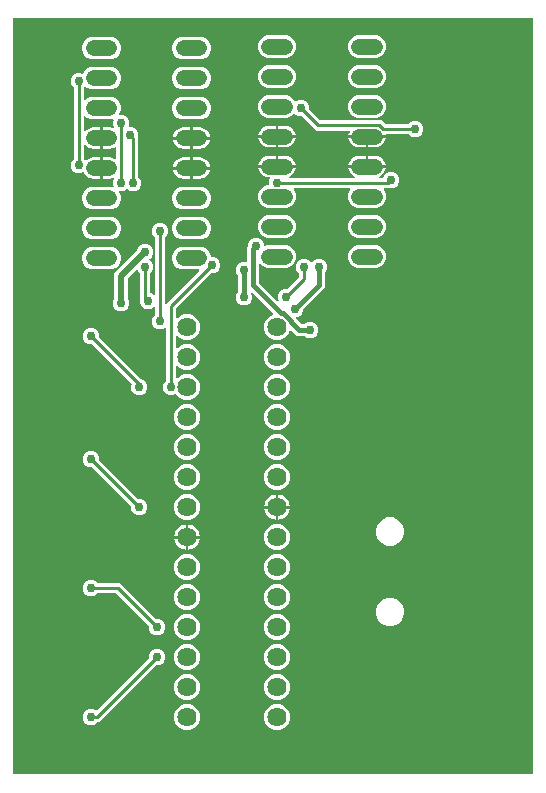
<source format=gbr>
G04 EAGLE Gerber X2 export*
%TF.Part,Single*%
%TF.FileFunction,Copper,L2,Bot,Mixed*%
%TF.FilePolarity,Positive*%
%TF.GenerationSoftware,Autodesk,EAGLE,8.6.3*%
%TF.CreationDate,2018-03-05T01:58:30Z*%
G75*
%MOMM*%
%FSLAX34Y34*%
%LPD*%
%AMOC8*
5,1,8,0,0,1.08239X$1,22.5*%
G01*
%ADD10C,1.320800*%
%ADD11C,1.625600*%
%ADD12C,0.756400*%
%ADD13C,0.381000*%
%ADD14C,0.254000*%
%ADD15C,0.508000*%

G36*
X802705Y104152D02*
X802705Y104152D01*
X802771Y104154D01*
X802814Y104172D01*
X802861Y104180D01*
X802918Y104214D01*
X802978Y104239D01*
X803013Y104270D01*
X803054Y104295D01*
X803096Y104346D01*
X803144Y104390D01*
X803166Y104432D01*
X803195Y104469D01*
X803216Y104531D01*
X803247Y104590D01*
X803255Y104644D01*
X803267Y104681D01*
X803266Y104721D01*
X803274Y104775D01*
X803274Y743485D01*
X803263Y743550D01*
X803261Y743616D01*
X803243Y743659D01*
X803235Y743706D01*
X803201Y743763D01*
X803176Y743823D01*
X803145Y743858D01*
X803120Y743899D01*
X803069Y743941D01*
X803025Y743989D01*
X802983Y744011D01*
X802946Y744040D01*
X802884Y744061D01*
X802825Y744092D01*
X802771Y744100D01*
X802734Y744112D01*
X802694Y744111D01*
X802640Y744119D01*
X363855Y744119D01*
X363790Y744108D01*
X363724Y744106D01*
X363681Y744088D01*
X363634Y744080D01*
X363577Y744046D01*
X363517Y744021D01*
X363482Y743990D01*
X363441Y743965D01*
X363399Y743914D01*
X363351Y743870D01*
X363329Y743828D01*
X363300Y743791D01*
X363279Y743729D01*
X363248Y743670D01*
X363240Y743616D01*
X363228Y743579D01*
X363228Y743560D01*
X363228Y743558D01*
X363228Y743536D01*
X363221Y743485D01*
X363221Y104775D01*
X363232Y104710D01*
X363234Y104644D01*
X363252Y104601D01*
X363260Y104554D01*
X363294Y104497D01*
X363319Y104437D01*
X363350Y104402D01*
X363375Y104361D01*
X363426Y104319D01*
X363470Y104271D01*
X363512Y104249D01*
X363549Y104220D01*
X363611Y104199D01*
X363670Y104168D01*
X363724Y104160D01*
X363761Y104148D01*
X363801Y104149D01*
X363855Y104141D01*
X802640Y104141D01*
X802705Y104152D01*
G37*
%LPC*%
G36*
X429626Y582167D02*
X429626Y582167D01*
X426078Y583637D01*
X423363Y586352D01*
X421893Y589900D01*
X421893Y593740D01*
X423363Y597288D01*
X426078Y600003D01*
X429626Y601473D01*
X446674Y601473D01*
X447498Y601131D01*
X447585Y601112D01*
X447670Y601087D01*
X447694Y601089D01*
X447717Y601084D01*
X447805Y601096D01*
X447894Y601102D01*
X447916Y601112D01*
X447939Y601115D01*
X448018Y601157D01*
X448099Y601194D01*
X448116Y601211D01*
X448137Y601222D01*
X448195Y601289D01*
X448259Y601351D01*
X448269Y601373D01*
X448285Y601391D01*
X448316Y601474D01*
X448354Y601555D01*
X448356Y601578D01*
X448364Y601600D01*
X448365Y601690D01*
X448372Y601778D01*
X448366Y601804D01*
X448366Y601825D01*
X448349Y601872D01*
X448327Y601960D01*
X447829Y603161D01*
X447829Y605879D01*
X448602Y607744D01*
X448621Y607831D01*
X448646Y607916D01*
X448645Y607940D01*
X448650Y607963D01*
X448637Y608051D01*
X448631Y608140D01*
X448621Y608162D01*
X448618Y608185D01*
X448576Y608263D01*
X448539Y608345D01*
X448523Y608361D01*
X448511Y608382D01*
X448444Y608441D01*
X448382Y608504D01*
X448360Y608514D01*
X448342Y608530D01*
X448259Y608562D01*
X448179Y608599D01*
X448155Y608601D01*
X448133Y608610D01*
X448044Y608610D01*
X447955Y608618D01*
X447929Y608611D01*
X447908Y608612D01*
X447861Y608594D01*
X447773Y608572D01*
X447421Y608427D01*
X445655Y608075D01*
X439419Y608075D01*
X439419Y616585D01*
X439408Y616650D01*
X439406Y616715D01*
X439388Y616759D01*
X439380Y616806D01*
X439346Y616862D01*
X439321Y616923D01*
X439289Y616958D01*
X439265Y616999D01*
X439214Y617040D01*
X439170Y617089D01*
X439128Y617111D01*
X439091Y617140D01*
X439029Y617161D01*
X438970Y617191D01*
X438916Y617200D01*
X438879Y617212D01*
X438839Y617211D01*
X438785Y617219D01*
X437515Y617219D01*
X437450Y617207D01*
X437384Y617206D01*
X437341Y617188D01*
X437294Y617179D01*
X437237Y617146D01*
X437177Y617121D01*
X437142Y617089D01*
X437101Y617065D01*
X437060Y617014D01*
X437011Y616970D01*
X436989Y616928D01*
X436960Y616891D01*
X436939Y616829D01*
X436908Y616770D01*
X436900Y616716D01*
X436888Y616679D01*
X436889Y616639D01*
X436881Y616585D01*
X436881Y608075D01*
X430645Y608075D01*
X428879Y608427D01*
X427214Y609116D01*
X425717Y610117D01*
X424443Y611391D01*
X423442Y612888D01*
X423233Y613392D01*
X423198Y613447D01*
X423171Y613507D01*
X423138Y613541D01*
X423112Y613581D01*
X423060Y613620D01*
X423013Y613667D01*
X422971Y613687D01*
X422933Y613716D01*
X422870Y613735D01*
X422810Y613762D01*
X422763Y613766D01*
X422718Y613780D01*
X422652Y613775D01*
X422587Y613781D01*
X422533Y613767D01*
X422494Y613765D01*
X422458Y613749D01*
X422405Y613735D01*
X420459Y612929D01*
X417741Y612929D01*
X415231Y613969D01*
X413309Y615891D01*
X412269Y618401D01*
X412269Y621119D01*
X413309Y623629D01*
X414595Y624916D01*
X414620Y624950D01*
X414651Y624979D01*
X414683Y625042D01*
X414724Y625100D01*
X414734Y625141D01*
X414754Y625179D01*
X414767Y625268D01*
X414780Y625317D01*
X414777Y625338D01*
X414781Y625364D01*
X414781Y685276D01*
X414774Y685318D01*
X414776Y685360D01*
X414754Y685427D01*
X414742Y685497D01*
X414720Y685533D01*
X414707Y685574D01*
X414653Y685646D01*
X414627Y685690D01*
X414611Y685703D01*
X414595Y685724D01*
X413309Y687011D01*
X412269Y689521D01*
X412269Y692239D01*
X413309Y694749D01*
X415231Y696671D01*
X417741Y697711D01*
X420459Y697711D01*
X421935Y697099D01*
X422000Y697085D01*
X422061Y697062D01*
X422108Y697061D01*
X422155Y697051D01*
X422220Y697060D01*
X422286Y697060D01*
X422330Y697076D01*
X422377Y697083D01*
X422435Y697114D01*
X422496Y697136D01*
X422532Y697167D01*
X422574Y697190D01*
X422617Y697239D01*
X422668Y697282D01*
X422696Y697329D01*
X422722Y697358D01*
X422736Y697395D01*
X422764Y697442D01*
X423363Y698888D01*
X426078Y701603D01*
X429626Y703073D01*
X446674Y703073D01*
X450222Y701603D01*
X452937Y698888D01*
X454407Y695340D01*
X454407Y691500D01*
X452937Y687952D01*
X450222Y685237D01*
X446674Y683767D01*
X429626Y683767D01*
X426078Y685237D01*
X425046Y686269D01*
X424992Y686307D01*
X424944Y686352D01*
X424901Y686370D01*
X424862Y686397D01*
X424798Y686413D01*
X424737Y686439D01*
X424690Y686441D01*
X424645Y686453D01*
X424579Y686446D01*
X424513Y686449D01*
X424468Y686435D01*
X424421Y686430D01*
X424362Y686401D01*
X424300Y686380D01*
X424256Y686348D01*
X424220Y686330D01*
X424193Y686302D01*
X424149Y686269D01*
X423604Y685724D01*
X423580Y685690D01*
X423549Y685661D01*
X423517Y685598D01*
X423476Y685540D01*
X423466Y685499D01*
X423446Y685461D01*
X423433Y685372D01*
X423420Y685323D01*
X423423Y685302D01*
X423419Y685276D01*
X423419Y675075D01*
X423435Y674987D01*
X423444Y674899D01*
X423454Y674878D01*
X423458Y674854D01*
X423504Y674777D01*
X423543Y674698D01*
X423560Y674681D01*
X423573Y674661D01*
X423642Y674605D01*
X423706Y674544D01*
X423728Y674535D01*
X423747Y674520D01*
X423831Y674491D01*
X423913Y674456D01*
X423937Y674455D01*
X423959Y674448D01*
X424048Y674450D01*
X424137Y674446D01*
X424160Y674454D01*
X424184Y674454D01*
X424266Y674488D01*
X424351Y674515D01*
X424372Y674531D01*
X424391Y674539D01*
X424429Y674573D01*
X424501Y674626D01*
X426078Y676203D01*
X429626Y677673D01*
X446674Y677673D01*
X450222Y676203D01*
X452937Y673488D01*
X454407Y669940D01*
X454407Y666100D01*
X453134Y663028D01*
X453118Y662952D01*
X453093Y662879D01*
X453094Y662843D01*
X453086Y662809D01*
X453097Y662732D01*
X453099Y662654D01*
X453113Y662622D01*
X453118Y662586D01*
X453155Y662518D01*
X453184Y662447D01*
X453208Y662420D01*
X453225Y662389D01*
X453283Y662338D01*
X453335Y662281D01*
X453367Y662265D01*
X453393Y662241D01*
X453466Y662214D01*
X453535Y662178D01*
X453575Y662172D01*
X453603Y662162D01*
X453650Y662161D01*
X453720Y662151D01*
X456019Y662151D01*
X458529Y661111D01*
X460451Y659189D01*
X461491Y656679D01*
X461491Y653961D01*
X461038Y652868D01*
X461021Y652792D01*
X460996Y652719D01*
X460997Y652683D01*
X460990Y652649D01*
X461001Y652572D01*
X461003Y652494D01*
X461016Y652462D01*
X461021Y652426D01*
X461058Y652358D01*
X461087Y652287D01*
X461111Y652260D01*
X461128Y652229D01*
X461186Y652178D01*
X461239Y652121D01*
X461270Y652105D01*
X461297Y652081D01*
X461369Y652054D01*
X461438Y652018D01*
X461478Y652012D01*
X461507Y652002D01*
X461553Y652001D01*
X461624Y651991D01*
X463639Y651991D01*
X466149Y650951D01*
X468071Y649029D01*
X469111Y646519D01*
X469111Y644700D01*
X469118Y644658D01*
X469116Y644615D01*
X469138Y644548D01*
X469139Y644544D01*
X469139Y610124D01*
X469146Y610082D01*
X469144Y610040D01*
X469166Y609973D01*
X469178Y609903D01*
X469200Y609867D01*
X469213Y609826D01*
X469267Y609754D01*
X469293Y609710D01*
X469309Y609697D01*
X469325Y609676D01*
X470611Y608389D01*
X471651Y605879D01*
X471651Y603161D01*
X470611Y600651D01*
X468689Y598729D01*
X466179Y597689D01*
X463461Y597689D01*
X460951Y598729D01*
X460189Y599491D01*
X460134Y599529D01*
X460087Y599574D01*
X460043Y599593D01*
X460004Y599619D01*
X459941Y599636D01*
X459880Y599662D01*
X459833Y599664D01*
X459787Y599675D01*
X459722Y599669D01*
X459656Y599672D01*
X459611Y599657D01*
X459564Y599652D01*
X459505Y599623D01*
X459442Y599603D01*
X459398Y599570D01*
X459363Y599553D01*
X459336Y599524D01*
X459292Y599491D01*
X458529Y598729D01*
X456019Y597689D01*
X453720Y597689D01*
X453644Y597676D01*
X453567Y597670D01*
X453534Y597656D01*
X453499Y597650D01*
X453433Y597610D01*
X453362Y597578D01*
X453337Y597554D01*
X453306Y597535D01*
X453257Y597475D01*
X453202Y597421D01*
X453187Y597389D01*
X453165Y597361D01*
X453140Y597288D01*
X453107Y597218D01*
X453104Y597182D01*
X453093Y597149D01*
X453095Y597071D01*
X453089Y596994D01*
X453099Y596955D01*
X453099Y596924D01*
X453117Y596881D01*
X453134Y596812D01*
X454407Y593740D01*
X454407Y589900D01*
X452937Y586352D01*
X450222Y583637D01*
X446674Y582167D01*
X429626Y582167D01*
G37*
%LPD*%
%LPC*%
G36*
X508317Y420623D02*
X508317Y420623D01*
X504209Y422325D01*
X501006Y425528D01*
X500983Y425564D01*
X500930Y425604D01*
X500883Y425651D01*
X500841Y425671D01*
X500803Y425699D01*
X500740Y425718D01*
X500680Y425746D01*
X500633Y425750D01*
X500588Y425763D01*
X500522Y425759D01*
X500457Y425764D01*
X500404Y425751D01*
X500364Y425749D01*
X500328Y425732D01*
X500275Y425719D01*
X498465Y424969D01*
X495747Y424969D01*
X493237Y426009D01*
X491315Y427931D01*
X490275Y430441D01*
X490275Y433159D01*
X491315Y435669D01*
X492601Y436956D01*
X492626Y436990D01*
X492657Y437019D01*
X492689Y437082D01*
X492730Y437140D01*
X492740Y437181D01*
X492760Y437219D01*
X492773Y437308D01*
X492786Y437357D01*
X492783Y437378D01*
X492787Y437404D01*
X492787Y481596D01*
X492772Y481684D01*
X492762Y481772D01*
X492752Y481793D01*
X492748Y481817D01*
X492702Y481893D01*
X492663Y481973D01*
X492646Y481990D01*
X492633Y482010D01*
X492564Y482066D01*
X492500Y482127D01*
X492478Y482136D01*
X492459Y482151D01*
X492375Y482180D01*
X492293Y482215D01*
X492269Y482216D01*
X492247Y482223D01*
X492158Y482221D01*
X492069Y482225D01*
X492046Y482217D01*
X492022Y482217D01*
X491940Y482183D01*
X491855Y482156D01*
X491834Y482140D01*
X491815Y482132D01*
X491777Y482098D01*
X491705Y482044D01*
X491549Y481889D01*
X489039Y480849D01*
X486321Y480849D01*
X483811Y481889D01*
X481889Y483811D01*
X480849Y486321D01*
X480849Y489039D01*
X481889Y491549D01*
X483175Y492836D01*
X483200Y492870D01*
X483231Y492899D01*
X483263Y492962D01*
X483304Y493020D01*
X483314Y493061D01*
X483334Y493099D01*
X483347Y493188D01*
X483360Y493237D01*
X483357Y493258D01*
X483361Y493284D01*
X483361Y499630D01*
X483346Y499718D01*
X483336Y499806D01*
X483326Y499827D01*
X483322Y499851D01*
X483276Y499928D01*
X483237Y500007D01*
X483220Y500023D01*
X483207Y500044D01*
X483138Y500100D01*
X483074Y500161D01*
X483052Y500170D01*
X483033Y500185D01*
X482949Y500214D01*
X482867Y500249D01*
X482843Y500250D01*
X482821Y500257D01*
X482732Y500255D01*
X482643Y500259D01*
X482620Y500251D01*
X482596Y500251D01*
X482514Y500217D01*
X482429Y500190D01*
X482408Y500174D01*
X482389Y500166D01*
X482351Y500132D01*
X482279Y500078D01*
X481389Y499189D01*
X478879Y498149D01*
X476161Y498149D01*
X473651Y499189D01*
X471729Y501111D01*
X470689Y503621D01*
X470689Y505440D01*
X470682Y505482D01*
X470684Y505525D01*
X470662Y505592D01*
X470661Y505596D01*
X470661Y527796D01*
X470654Y527838D01*
X470656Y527880D01*
X470634Y527947D01*
X470622Y528017D01*
X470600Y528053D01*
X470587Y528094D01*
X470540Y528157D01*
X470540Y528158D01*
X470538Y528160D01*
X470533Y528166D01*
X470507Y528210D01*
X470491Y528223D01*
X470475Y528244D01*
X469189Y529531D01*
X468710Y530687D01*
X468669Y530752D01*
X468634Y530821D01*
X468608Y530845D01*
X468589Y530875D01*
X468527Y530922D01*
X468471Y530975D01*
X468438Y530989D01*
X468410Y531010D01*
X468336Y531032D01*
X468264Y531062D01*
X468229Y531064D01*
X468195Y531074D01*
X468117Y531069D01*
X468040Y531072D01*
X468006Y531062D01*
X467971Y531059D01*
X467900Y531028D01*
X467827Y531004D01*
X467794Y530980D01*
X467766Y530967D01*
X467733Y530935D01*
X467676Y530892D01*
X460435Y523651D01*
X460410Y523616D01*
X460379Y523587D01*
X460347Y523524D01*
X460306Y523467D01*
X460296Y523426D01*
X460276Y523388D01*
X460263Y523298D01*
X460250Y523249D01*
X460253Y523229D01*
X460249Y523202D01*
X460249Y507254D01*
X460256Y507212D01*
X460254Y507170D01*
X460276Y507103D01*
X460288Y507033D01*
X460310Y506997D01*
X460323Y506956D01*
X460377Y506884D01*
X460403Y506840D01*
X460419Y506827D01*
X460435Y506806D01*
X460451Y506789D01*
X461491Y504279D01*
X461491Y501561D01*
X460451Y499051D01*
X458529Y497129D01*
X456019Y496089D01*
X453301Y496089D01*
X450791Y497129D01*
X448869Y499051D01*
X447829Y501561D01*
X447829Y504279D01*
X448869Y506789D01*
X448885Y506806D01*
X448910Y506840D01*
X448941Y506869D01*
X448973Y506932D01*
X449014Y506990D01*
X449024Y507031D01*
X449044Y507069D01*
X449057Y507158D01*
X449070Y507207D01*
X449067Y507228D01*
X449071Y507254D01*
X449071Y526892D01*
X449922Y528946D01*
X467963Y546987D01*
X467988Y547022D01*
X468019Y547051D01*
X468051Y547114D01*
X468092Y547171D01*
X468102Y547212D01*
X468122Y547250D01*
X468135Y547340D01*
X468148Y547389D01*
X468145Y547409D01*
X468149Y547436D01*
X468149Y547459D01*
X469189Y549969D01*
X471111Y551891D01*
X473621Y552931D01*
X476339Y552931D01*
X478849Y551891D01*
X480771Y549969D01*
X481811Y547459D01*
X481811Y544741D01*
X480771Y542231D01*
X478815Y540275D01*
X478761Y540246D01*
X478745Y540228D01*
X478725Y540215D01*
X478672Y540144D01*
X478613Y540077D01*
X478605Y540055D01*
X478590Y540036D01*
X478565Y539950D01*
X478533Y539867D01*
X478533Y539843D01*
X478526Y539821D01*
X478532Y539732D01*
X478532Y539643D01*
X478540Y539620D01*
X478541Y539597D01*
X478578Y539516D01*
X478608Y539432D01*
X478623Y539414D01*
X478633Y539392D01*
X478695Y539329D01*
X478753Y539261D01*
X478776Y539247D01*
X478790Y539232D01*
X478823Y539217D01*
X480771Y537269D01*
X481811Y534759D01*
X481811Y532041D01*
X480771Y529531D01*
X479485Y528244D01*
X479460Y528210D01*
X479429Y528181D01*
X479397Y528118D01*
X479356Y528060D01*
X479346Y528019D01*
X479326Y527981D01*
X479313Y527892D01*
X479300Y527843D01*
X479303Y527822D01*
X479299Y527796D01*
X479299Y512061D01*
X479308Y512007D01*
X479308Y511953D01*
X479328Y511898D01*
X479338Y511840D01*
X479366Y511793D01*
X479384Y511742D01*
X479423Y511697D01*
X479453Y511647D01*
X479495Y511612D01*
X479530Y511571D01*
X479591Y511534D01*
X479627Y511505D01*
X479656Y511495D01*
X479690Y511475D01*
X481389Y510771D01*
X482279Y509882D01*
X482352Y509831D01*
X482421Y509775D01*
X482443Y509767D01*
X482463Y509753D01*
X482549Y509731D01*
X482633Y509703D01*
X482657Y509703D01*
X482680Y509698D01*
X482769Y509707D01*
X482858Y509709D01*
X482880Y509718D01*
X482903Y509721D01*
X482983Y509760D01*
X483065Y509794D01*
X483083Y509810D01*
X483104Y509820D01*
X483165Y509885D01*
X483231Y509945D01*
X483242Y509966D01*
X483258Y509983D01*
X483293Y510065D01*
X483334Y510145D01*
X483337Y510171D01*
X483346Y510190D01*
X483348Y510240D01*
X483361Y510330D01*
X483361Y558276D01*
X483354Y558318D01*
X483356Y558360D01*
X483348Y558384D01*
X483348Y558394D01*
X483334Y558428D01*
X483322Y558497D01*
X483300Y558533D01*
X483287Y558574D01*
X483233Y558646D01*
X483207Y558690D01*
X483191Y558703D01*
X483175Y558724D01*
X481889Y560011D01*
X480849Y562521D01*
X480849Y565239D01*
X481889Y567749D01*
X483811Y569671D01*
X486321Y570711D01*
X489039Y570711D01*
X491549Y569671D01*
X493471Y567749D01*
X494511Y565239D01*
X494511Y562521D01*
X493471Y560011D01*
X492185Y558724D01*
X492160Y558690D01*
X492129Y558661D01*
X492097Y558598D01*
X492056Y558540D01*
X492046Y558499D01*
X492026Y558461D01*
X492015Y558385D01*
X492006Y558357D01*
X492006Y558345D01*
X492000Y558323D01*
X492003Y558302D01*
X491999Y558276D01*
X491999Y502860D01*
X492015Y502772D01*
X492024Y502684D01*
X492034Y502663D01*
X492038Y502639D01*
X492084Y502563D01*
X492123Y502483D01*
X492140Y502467D01*
X492153Y502446D01*
X492222Y502390D01*
X492286Y502329D01*
X492308Y502320D01*
X492327Y502305D01*
X492411Y502276D01*
X492493Y502242D01*
X492517Y502241D01*
X492539Y502233D01*
X492628Y502236D01*
X492717Y502232D01*
X492740Y502239D01*
X492764Y502240D01*
X492846Y502273D01*
X492931Y502300D01*
X492952Y502316D01*
X492971Y502324D01*
X493009Y502358D01*
X493081Y502412D01*
X520954Y530285D01*
X521005Y530358D01*
X521061Y530427D01*
X521069Y530449D01*
X521082Y530469D01*
X521105Y530555D01*
X521133Y530639D01*
X521132Y530663D01*
X521138Y530686D01*
X521129Y530775D01*
X521126Y530864D01*
X521118Y530886D01*
X521115Y530909D01*
X521076Y530989D01*
X521042Y531071D01*
X521026Y531089D01*
X521016Y531110D01*
X520951Y531171D01*
X520891Y531237D01*
X520870Y531248D01*
X520852Y531264D01*
X520770Y531299D01*
X520691Y531340D01*
X520665Y531343D01*
X520646Y531352D01*
X520595Y531354D01*
X520506Y531367D01*
X505826Y531367D01*
X502278Y532837D01*
X499563Y535552D01*
X498093Y539100D01*
X498093Y542940D01*
X499563Y546488D01*
X502278Y549203D01*
X505826Y550673D01*
X522874Y550673D01*
X526422Y549203D01*
X529137Y546488D01*
X530607Y542940D01*
X530607Y542476D01*
X530618Y542411D01*
X530620Y542346D01*
X530638Y542302D01*
X530646Y542255D01*
X530680Y542199D01*
X530705Y542138D01*
X530736Y542103D01*
X530761Y542062D01*
X530812Y542021D01*
X530856Y541972D01*
X530898Y541951D01*
X530935Y541921D01*
X530997Y541900D01*
X531056Y541870D01*
X531110Y541862D01*
X531147Y541849D01*
X531187Y541850D01*
X531241Y541842D01*
X533147Y541842D01*
X535658Y540802D01*
X537579Y538881D01*
X538619Y536370D01*
X538619Y533653D01*
X537579Y531142D01*
X535658Y529221D01*
X533147Y528181D01*
X531328Y528181D01*
X531286Y528173D01*
X531244Y528175D01*
X531177Y528153D01*
X531107Y528141D01*
X531071Y528119D01*
X531030Y528106D01*
X530958Y528052D01*
X530914Y528027D01*
X530901Y528011D01*
X530880Y527995D01*
X501611Y498726D01*
X501586Y498691D01*
X501555Y498662D01*
X501523Y498599D01*
X501482Y498541D01*
X501472Y498500D01*
X501452Y498462D01*
X501439Y498373D01*
X501426Y498324D01*
X501429Y498303D01*
X501425Y498277D01*
X501425Y490822D01*
X501441Y490734D01*
X501450Y490646D01*
X501460Y490625D01*
X501464Y490601D01*
X501510Y490525D01*
X501549Y490445D01*
X501566Y490429D01*
X501579Y490408D01*
X501648Y490352D01*
X501712Y490291D01*
X501734Y490282D01*
X501753Y490267D01*
X501837Y490238D01*
X501919Y490204D01*
X501943Y490203D01*
X501965Y490195D01*
X502054Y490198D01*
X502143Y490194D01*
X502166Y490201D01*
X502190Y490202D01*
X502272Y490235D01*
X502357Y490262D01*
X502378Y490278D01*
X502397Y490286D01*
X502435Y490320D01*
X502507Y490374D01*
X504209Y492075D01*
X508317Y493777D01*
X512763Y493777D01*
X516871Y492075D01*
X520015Y488931D01*
X521717Y484823D01*
X521717Y480377D01*
X520015Y476269D01*
X516871Y473125D01*
X512763Y471423D01*
X508317Y471423D01*
X504209Y473125D01*
X502507Y474826D01*
X502434Y474877D01*
X502365Y474933D01*
X502343Y474941D01*
X502323Y474954D01*
X502237Y474977D01*
X502153Y475005D01*
X502129Y475004D01*
X502106Y475010D01*
X502017Y475001D01*
X501928Y474998D01*
X501906Y474990D01*
X501883Y474987D01*
X501803Y474948D01*
X501721Y474914D01*
X501703Y474898D01*
X501682Y474888D01*
X501621Y474823D01*
X501555Y474763D01*
X501544Y474742D01*
X501528Y474724D01*
X501493Y474642D01*
X501452Y474563D01*
X501449Y474537D01*
X501440Y474518D01*
X501438Y474467D01*
X501425Y474378D01*
X501425Y465422D01*
X501441Y465334D01*
X501450Y465246D01*
X501460Y465225D01*
X501464Y465201D01*
X501510Y465125D01*
X501549Y465045D01*
X501566Y465029D01*
X501579Y465008D01*
X501648Y464952D01*
X501712Y464891D01*
X501734Y464882D01*
X501753Y464867D01*
X501837Y464838D01*
X501919Y464804D01*
X501943Y464803D01*
X501965Y464795D01*
X502054Y464798D01*
X502143Y464794D01*
X502166Y464801D01*
X502190Y464802D01*
X502272Y464835D01*
X502357Y464862D01*
X502378Y464878D01*
X502397Y464886D01*
X502435Y464920D01*
X502507Y464974D01*
X504209Y466675D01*
X508317Y468377D01*
X512763Y468377D01*
X516871Y466675D01*
X520015Y463531D01*
X521717Y459423D01*
X521717Y454977D01*
X520015Y450869D01*
X516871Y447725D01*
X512763Y446023D01*
X508317Y446023D01*
X504209Y447725D01*
X502507Y449426D01*
X502434Y449477D01*
X502365Y449533D01*
X502343Y449541D01*
X502323Y449554D01*
X502237Y449577D01*
X502153Y449605D01*
X502129Y449604D01*
X502106Y449610D01*
X502017Y449601D01*
X501928Y449598D01*
X501906Y449590D01*
X501883Y449587D01*
X501803Y449548D01*
X501721Y449514D01*
X501703Y449498D01*
X501682Y449488D01*
X501621Y449423D01*
X501555Y449363D01*
X501544Y449342D01*
X501528Y449324D01*
X501493Y449242D01*
X501452Y449163D01*
X501449Y449137D01*
X501440Y449118D01*
X501438Y449067D01*
X501425Y448978D01*
X501425Y440022D01*
X501441Y439934D01*
X501450Y439846D01*
X501460Y439825D01*
X501464Y439801D01*
X501510Y439725D01*
X501549Y439645D01*
X501566Y439629D01*
X501579Y439608D01*
X501648Y439552D01*
X501712Y439491D01*
X501734Y439482D01*
X501753Y439467D01*
X501837Y439438D01*
X501919Y439404D01*
X501943Y439403D01*
X501965Y439395D01*
X502054Y439398D01*
X502143Y439394D01*
X502166Y439401D01*
X502190Y439402D01*
X502272Y439435D01*
X502357Y439462D01*
X502378Y439478D01*
X502397Y439486D01*
X502435Y439520D01*
X502507Y439574D01*
X504209Y441275D01*
X508317Y442977D01*
X512763Y442977D01*
X516871Y441275D01*
X520015Y438131D01*
X521717Y434023D01*
X521717Y429577D01*
X520015Y425469D01*
X516871Y422325D01*
X512763Y420623D01*
X508317Y420623D01*
G37*
%LPD*%
%LPC*%
G36*
X584517Y471423D02*
X584517Y471423D01*
X580409Y473125D01*
X577265Y476269D01*
X575563Y480377D01*
X575563Y484823D01*
X577265Y488931D01*
X580409Y492075D01*
X583131Y493203D01*
X583197Y493245D01*
X583266Y493279D01*
X583290Y493305D01*
X583320Y493324D01*
X583367Y493386D01*
X583420Y493442D01*
X583434Y493475D01*
X583455Y493503D01*
X583477Y493578D01*
X583507Y493649D01*
X583509Y493684D01*
X583519Y493718D01*
X583514Y493796D01*
X583517Y493873D01*
X583506Y493907D01*
X583504Y493942D01*
X583472Y494013D01*
X583449Y494087D01*
X583425Y494119D01*
X583412Y494147D01*
X583379Y494180D01*
X583337Y494237D01*
X566058Y511517D01*
X565975Y511574D01*
X565895Y511635D01*
X565883Y511638D01*
X565873Y511645D01*
X565776Y511670D01*
X565679Y511699D01*
X565668Y511698D01*
X565656Y511701D01*
X565556Y511690D01*
X565456Y511684D01*
X565445Y511679D01*
X565433Y511678D01*
X565343Y511633D01*
X565251Y511592D01*
X565242Y511583D01*
X565232Y511578D01*
X565163Y511505D01*
X565091Y511434D01*
X565086Y511424D01*
X565078Y511415D01*
X565039Y511322D01*
X564996Y511231D01*
X564995Y511219D01*
X564990Y511208D01*
X564986Y511107D01*
X564978Y511007D01*
X564981Y510995D01*
X564980Y510984D01*
X564994Y510941D01*
X565023Y510826D01*
X565631Y509359D01*
X565631Y506641D01*
X564591Y504131D01*
X562669Y502209D01*
X560159Y501169D01*
X557441Y501169D01*
X554931Y502209D01*
X553009Y504131D01*
X551969Y506641D01*
X551969Y509359D01*
X553009Y511869D01*
X553660Y512521D01*
X553685Y512555D01*
X553716Y512584D01*
X553748Y512647D01*
X553789Y512705D01*
X553799Y512746D01*
X553819Y512784D01*
X553832Y512873D01*
X553845Y512922D01*
X553842Y512943D01*
X553846Y512969D01*
X553846Y525891D01*
X553839Y525933D01*
X553841Y525975D01*
X553819Y526042D01*
X553807Y526112D01*
X553785Y526148D01*
X553772Y526189D01*
X553718Y526261D01*
X553692Y526305D01*
X553676Y526318D01*
X553660Y526339D01*
X553009Y526991D01*
X551969Y529501D01*
X551969Y532219D01*
X553009Y534729D01*
X554931Y536651D01*
X557441Y537691D01*
X560159Y537691D01*
X560589Y537512D01*
X560665Y537496D01*
X560738Y537471D01*
X560774Y537472D01*
X560809Y537465D01*
X560885Y537475D01*
X560963Y537478D01*
X560995Y537491D01*
X561031Y537496D01*
X561099Y537533D01*
X561170Y537562D01*
X561197Y537586D01*
X561228Y537603D01*
X561279Y537661D01*
X561336Y537713D01*
X561352Y537745D01*
X561376Y537772D01*
X561403Y537844D01*
X561439Y537913D01*
X561445Y537953D01*
X561455Y537981D01*
X561456Y538028D01*
X561466Y538098D01*
X561466Y550692D01*
X561943Y551169D01*
X561968Y551204D01*
X561999Y551233D01*
X562031Y551296D01*
X562072Y551353D01*
X562082Y551394D01*
X562102Y551432D01*
X562115Y551522D01*
X562128Y551571D01*
X562125Y551591D01*
X562129Y551618D01*
X562129Y552539D01*
X563169Y555049D01*
X565091Y556971D01*
X567601Y558011D01*
X570319Y558011D01*
X572829Y556971D01*
X574751Y555049D01*
X575791Y552539D01*
X575791Y551887D01*
X575804Y551816D01*
X575804Y551791D01*
X575806Y551786D01*
X575810Y551734D01*
X575824Y551702D01*
X575830Y551667D01*
X575870Y551600D01*
X575902Y551529D01*
X575926Y551504D01*
X575945Y551473D01*
X576005Y551425D01*
X576059Y551369D01*
X576091Y551354D01*
X576119Y551332D01*
X576192Y551307D01*
X576262Y551274D01*
X576298Y551271D01*
X576331Y551260D01*
X576409Y551262D01*
X576486Y551256D01*
X576525Y551266D01*
X576556Y551267D01*
X576599Y551284D01*
X576668Y551301D01*
X578216Y551943D01*
X595264Y551943D01*
X598812Y550473D01*
X601527Y547758D01*
X602997Y544210D01*
X602997Y540370D01*
X601527Y536822D01*
X598812Y534107D01*
X595264Y532637D01*
X578216Y532637D01*
X574668Y534107D01*
X572456Y536319D01*
X572383Y536369D01*
X572314Y536425D01*
X572292Y536433D01*
X572272Y536447D01*
X572186Y536469D01*
X572102Y536497D01*
X572078Y536497D01*
X572055Y536503D01*
X571966Y536493D01*
X571877Y536491D01*
X571855Y536482D01*
X571832Y536479D01*
X571752Y536440D01*
X571670Y536406D01*
X571652Y536390D01*
X571631Y536380D01*
X571570Y536315D01*
X571504Y536255D01*
X571493Y536234D01*
X571477Y536217D01*
X571442Y536135D01*
X571401Y536055D01*
X571398Y536029D01*
X571389Y536010D01*
X571387Y535960D01*
X571374Y535870D01*
X571374Y520475D01*
X571381Y520433D01*
X571379Y520390D01*
X571401Y520323D01*
X571413Y520254D01*
X571435Y520217D01*
X571448Y520177D01*
X571502Y520104D01*
X571528Y520061D01*
X571544Y520047D01*
X571560Y520026D01*
X587102Y504483D01*
X587185Y504426D01*
X587265Y504365D01*
X587277Y504362D01*
X587287Y504355D01*
X587384Y504330D01*
X587481Y504301D01*
X587492Y504302D01*
X587504Y504299D01*
X587604Y504310D01*
X587704Y504316D01*
X587715Y504321D01*
X587727Y504322D01*
X587817Y504367D01*
X587909Y504408D01*
X587918Y504417D01*
X587928Y504422D01*
X587997Y504495D01*
X588069Y504566D01*
X588074Y504576D01*
X588082Y504585D01*
X588121Y504678D01*
X588164Y504769D01*
X588165Y504781D01*
X588170Y504792D01*
X588174Y504893D01*
X588182Y504993D01*
X588179Y505005D01*
X588180Y505016D01*
X588166Y505059D01*
X588137Y505174D01*
X587529Y506641D01*
X587529Y509359D01*
X588569Y511869D01*
X590491Y513791D01*
X593001Y514831D01*
X594820Y514831D01*
X594862Y514838D01*
X594905Y514836D01*
X594972Y514858D01*
X595041Y514870D01*
X595078Y514892D01*
X595118Y514905D01*
X595191Y514959D01*
X595234Y514985D01*
X595248Y515001D01*
X595269Y515017D01*
X605095Y524843D01*
X605120Y524878D01*
X605151Y524907D01*
X605176Y524954D01*
X605194Y524976D01*
X605199Y524991D01*
X605224Y525027D01*
X605234Y525068D01*
X605254Y525106D01*
X605267Y525196D01*
X605280Y525245D01*
X605277Y525265D01*
X605281Y525292D01*
X605281Y527796D01*
X605274Y527838D01*
X605276Y527880D01*
X605254Y527947D01*
X605242Y528017D01*
X605220Y528053D01*
X605207Y528094D01*
X605160Y528157D01*
X605160Y528158D01*
X605158Y528160D01*
X605153Y528166D01*
X605127Y528210D01*
X605111Y528223D01*
X605095Y528244D01*
X603809Y529531D01*
X602769Y532041D01*
X602769Y534759D01*
X603809Y537269D01*
X605731Y539191D01*
X608241Y540231D01*
X610959Y540231D01*
X613469Y539191D01*
X615425Y537235D01*
X615454Y537181D01*
X615472Y537165D01*
X615485Y537145D01*
X615556Y537092D01*
X615623Y537033D01*
X615645Y537025D01*
X615664Y537010D01*
X615750Y536985D01*
X615833Y536953D01*
X615857Y536953D01*
X615879Y536946D01*
X615968Y536952D01*
X616057Y536952D01*
X616080Y536960D01*
X616103Y536961D01*
X616184Y536998D01*
X616268Y537028D01*
X616286Y537043D01*
X616308Y537053D01*
X616371Y537115D01*
X616439Y537173D01*
X616453Y537196D01*
X616468Y537210D01*
X616483Y537243D01*
X618431Y539191D01*
X620941Y540231D01*
X623659Y540231D01*
X626169Y539191D01*
X628091Y537269D01*
X629131Y534759D01*
X629131Y532041D01*
X628091Y529531D01*
X627440Y528879D01*
X627415Y528845D01*
X627384Y528816D01*
X627352Y528753D01*
X627311Y528695D01*
X627301Y528654D01*
X627281Y528616D01*
X627268Y528527D01*
X627255Y528478D01*
X627258Y528457D01*
X627254Y528431D01*
X627254Y516108D01*
X608997Y497851D01*
X608972Y497816D01*
X608941Y497787D01*
X608909Y497724D01*
X608868Y497667D01*
X608858Y497626D01*
X608838Y497588D01*
X608825Y497498D01*
X608812Y497449D01*
X608815Y497429D01*
X608811Y497402D01*
X608811Y496481D01*
X607771Y493971D01*
X605849Y492049D01*
X603339Y491009D01*
X603212Y491009D01*
X603124Y490993D01*
X603036Y490984D01*
X603014Y490974D01*
X602991Y490970D01*
X602914Y490924D01*
X602834Y490885D01*
X602818Y490868D01*
X602798Y490855D01*
X602742Y490786D01*
X602681Y490722D01*
X602671Y490700D01*
X602656Y490681D01*
X602628Y490597D01*
X602593Y490515D01*
X602592Y490491D01*
X602584Y490469D01*
X602587Y490380D01*
X602583Y490291D01*
X602590Y490268D01*
X602591Y490244D01*
X602624Y490162D01*
X602652Y490077D01*
X602667Y490056D01*
X602675Y490037D01*
X602709Y489999D01*
X602763Y489927D01*
X607490Y485200D01*
X607525Y485175D01*
X607554Y485144D01*
X607617Y485112D01*
X607674Y485071D01*
X607716Y485061D01*
X607753Y485041D01*
X607843Y485028D01*
X607892Y485015D01*
X607913Y485018D01*
X607939Y485014D01*
X609711Y485014D01*
X609753Y485021D01*
X609795Y485019D01*
X609862Y485041D01*
X609932Y485053D01*
X609968Y485075D01*
X610009Y485088D01*
X610081Y485142D01*
X610125Y485168D01*
X610138Y485184D01*
X610159Y485200D01*
X610811Y485851D01*
X613321Y486891D01*
X616039Y486891D01*
X618549Y485851D01*
X620471Y483929D01*
X621511Y481419D01*
X621511Y478701D01*
X620471Y476191D01*
X618549Y474269D01*
X616039Y473229D01*
X613321Y473229D01*
X610811Y474269D01*
X610159Y474920D01*
X610125Y474945D01*
X610096Y474976D01*
X610033Y475008D01*
X609975Y475049D01*
X609934Y475059D01*
X609896Y475079D01*
X609807Y475092D01*
X609758Y475105D01*
X609737Y475102D01*
X609711Y475106D01*
X603572Y475106D01*
X598701Y479978D01*
X598637Y480022D01*
X598579Y480073D01*
X598546Y480086D01*
X598516Y480106D01*
X598441Y480125D01*
X598369Y480153D01*
X598334Y480153D01*
X598299Y480162D01*
X598222Y480154D01*
X598145Y480154D01*
X598111Y480142D01*
X598076Y480139D01*
X598007Y480104D01*
X597934Y480078D01*
X597907Y480055D01*
X597875Y480039D01*
X597822Y479983D01*
X597763Y479933D01*
X597742Y479898D01*
X597721Y479876D01*
X597703Y479833D01*
X597666Y479772D01*
X596215Y476269D01*
X593071Y473125D01*
X588963Y471423D01*
X584517Y471423D01*
G37*
%LPD*%
%LPC*%
G36*
X578216Y583437D02*
X578216Y583437D01*
X574668Y584907D01*
X571953Y587622D01*
X570483Y591170D01*
X570483Y595010D01*
X571953Y598558D01*
X574668Y601273D01*
X578216Y602743D01*
X579275Y602743D01*
X579340Y602754D01*
X579406Y602756D01*
X579449Y602774D01*
X579496Y602782D01*
X579553Y602816D01*
X579613Y602841D01*
X579648Y602872D01*
X579689Y602897D01*
X579731Y602948D01*
X579779Y602992D01*
X579801Y603034D01*
X579830Y603071D01*
X579851Y603133D01*
X579882Y603192D01*
X579890Y603246D01*
X579902Y603283D01*
X579901Y603323D01*
X579909Y603377D01*
X579909Y605879D01*
X580982Y608468D01*
X580998Y608544D01*
X581023Y608617D01*
X581022Y608653D01*
X581030Y608687D01*
X581019Y608764D01*
X581017Y608842D01*
X581003Y608874D01*
X580998Y608910D01*
X580961Y608978D01*
X580932Y609049D01*
X580908Y609076D01*
X580891Y609107D01*
X580833Y609158D01*
X580781Y609215D01*
X580749Y609231D01*
X580723Y609255D01*
X580650Y609282D01*
X580581Y609318D01*
X580541Y609324D01*
X580513Y609334D01*
X580466Y609335D01*
X580396Y609345D01*
X579235Y609345D01*
X577469Y609697D01*
X575804Y610386D01*
X574307Y611387D01*
X573033Y612661D01*
X572032Y614158D01*
X571343Y615823D01*
X571065Y617221D01*
X586105Y617221D01*
X586170Y617232D01*
X586235Y617234D01*
X586279Y617252D01*
X586326Y617260D01*
X586382Y617294D01*
X586443Y617319D01*
X586478Y617350D01*
X586519Y617375D01*
X586560Y617426D01*
X586609Y617470D01*
X586631Y617512D01*
X586660Y617549D01*
X586681Y617611D01*
X586711Y617670D01*
X586720Y617724D01*
X586732Y617761D01*
X586731Y617787D01*
X586732Y617790D01*
X586732Y617805D01*
X586739Y617855D01*
X586739Y618491D01*
X586741Y618491D01*
X586741Y617855D01*
X586753Y617790D01*
X586754Y617724D01*
X586772Y617681D01*
X586781Y617634D01*
X586814Y617577D01*
X586839Y617517D01*
X586871Y617482D01*
X586895Y617441D01*
X586946Y617400D01*
X586990Y617351D01*
X587032Y617329D01*
X587069Y617300D01*
X587131Y617279D01*
X587190Y617248D01*
X587244Y617240D01*
X587281Y617228D01*
X587321Y617229D01*
X587375Y617221D01*
X602415Y617221D01*
X602137Y615823D01*
X601448Y614158D01*
X600447Y612661D01*
X599173Y611387D01*
X597676Y610386D01*
X596886Y610059D01*
X596801Y610005D01*
X596715Y609953D01*
X596707Y609944D01*
X596697Y609938D01*
X596637Y609857D01*
X596573Y609779D01*
X596569Y609768D01*
X596562Y609758D01*
X596534Y609662D01*
X596501Y609567D01*
X596502Y609555D01*
X596498Y609543D01*
X596505Y609443D01*
X596508Y609342D01*
X596512Y609331D01*
X596513Y609320D01*
X596555Y609228D01*
X596592Y609135D01*
X596600Y609126D01*
X596605Y609115D01*
X596676Y609043D01*
X596744Y608969D01*
X596754Y608963D01*
X596763Y608955D01*
X596854Y608912D01*
X596943Y608866D01*
X596956Y608864D01*
X596966Y608860D01*
X597011Y608856D01*
X597129Y608839D01*
X652551Y608839D01*
X652650Y608857D01*
X652750Y608871D01*
X652760Y608876D01*
X652772Y608878D01*
X652859Y608930D01*
X652947Y608978D01*
X652955Y608986D01*
X652965Y608993D01*
X653029Y609071D01*
X653095Y609146D01*
X653099Y609158D01*
X653107Y609167D01*
X653139Y609262D01*
X653175Y609356D01*
X653175Y609368D01*
X653179Y609379D01*
X653176Y609479D01*
X653176Y609580D01*
X653172Y609592D01*
X653172Y609604D01*
X653134Y609696D01*
X653100Y609791D01*
X653092Y609800D01*
X653088Y609811D01*
X653020Y609886D01*
X652955Y609962D01*
X652944Y609969D01*
X652936Y609977D01*
X652895Y609998D01*
X652794Y610059D01*
X652004Y610386D01*
X650507Y611387D01*
X649233Y612661D01*
X648232Y614158D01*
X647543Y615823D01*
X647265Y617221D01*
X662305Y617221D01*
X662370Y617232D01*
X662435Y617234D01*
X662479Y617252D01*
X662526Y617260D01*
X662582Y617294D01*
X662643Y617319D01*
X662678Y617350D01*
X662719Y617375D01*
X662760Y617426D01*
X662809Y617470D01*
X662831Y617512D01*
X662860Y617549D01*
X662881Y617611D01*
X662911Y617670D01*
X662920Y617724D01*
X662932Y617761D01*
X662931Y617787D01*
X662932Y617790D01*
X662932Y617805D01*
X662939Y617855D01*
X662939Y618491D01*
X662941Y618491D01*
X662941Y617855D01*
X662953Y617790D01*
X662954Y617724D01*
X662972Y617681D01*
X662981Y617634D01*
X663014Y617577D01*
X663039Y617517D01*
X663071Y617482D01*
X663095Y617441D01*
X663146Y617400D01*
X663190Y617351D01*
X663232Y617329D01*
X663269Y617300D01*
X663331Y617279D01*
X663390Y617248D01*
X663444Y617240D01*
X663481Y617228D01*
X663521Y617229D01*
X663575Y617221D01*
X678615Y617221D01*
X678337Y615823D01*
X677648Y614158D01*
X676647Y612661D01*
X675373Y611387D01*
X673876Y610386D01*
X673086Y610059D01*
X673001Y610005D01*
X672915Y609953D01*
X672907Y609944D01*
X672897Y609938D01*
X672837Y609857D01*
X672773Y609779D01*
X672769Y609768D01*
X672762Y609758D01*
X672734Y609662D01*
X672701Y609567D01*
X672702Y609555D01*
X672698Y609543D01*
X672705Y609443D01*
X672708Y609342D01*
X672712Y609331D01*
X672713Y609320D01*
X672755Y609228D01*
X672792Y609135D01*
X672800Y609126D01*
X672805Y609115D01*
X672876Y609043D01*
X672944Y608969D01*
X672954Y608963D01*
X672963Y608955D01*
X673054Y608912D01*
X673143Y608866D01*
X673156Y608864D01*
X673166Y608860D01*
X673211Y608856D01*
X673329Y608839D01*
X676179Y608839D01*
X676233Y608848D01*
X676287Y608848D01*
X676342Y608868D01*
X676400Y608878D01*
X676447Y608906D01*
X676498Y608924D01*
X676543Y608963D01*
X676593Y608993D01*
X676628Y609035D01*
X676669Y609070D01*
X676706Y609131D01*
X676735Y609167D01*
X676745Y609196D01*
X676765Y609230D01*
X677469Y610929D01*
X679391Y612851D01*
X681901Y613891D01*
X684619Y613891D01*
X687129Y612851D01*
X689051Y610929D01*
X690091Y608419D01*
X690091Y605701D01*
X689051Y603191D01*
X687129Y601269D01*
X684619Y600229D01*
X682800Y600229D01*
X682758Y600222D01*
X682715Y600224D01*
X682648Y600202D01*
X682644Y600201D01*
X677615Y600201D01*
X677527Y600186D01*
X677439Y600176D01*
X677418Y600166D01*
X677394Y600162D01*
X677317Y600116D01*
X677238Y600077D01*
X677221Y600060D01*
X677201Y600047D01*
X677145Y599978D01*
X677084Y599914D01*
X677075Y599892D01*
X677060Y599873D01*
X677031Y599789D01*
X676996Y599707D01*
X676995Y599683D01*
X676988Y599661D01*
X676990Y599572D01*
X676986Y599483D01*
X676994Y599460D01*
X676994Y599436D01*
X677028Y599354D01*
X677055Y599269D01*
X677071Y599248D01*
X677079Y599229D01*
X677113Y599191D01*
X677166Y599119D01*
X677727Y598558D01*
X679197Y595010D01*
X679197Y591170D01*
X677727Y587622D01*
X675012Y584907D01*
X671464Y583437D01*
X654416Y583437D01*
X650868Y584907D01*
X648153Y587622D01*
X646683Y591170D01*
X646683Y595010D01*
X648153Y598558D01*
X648714Y599119D01*
X648764Y599192D01*
X648820Y599261D01*
X648828Y599283D01*
X648842Y599303D01*
X648864Y599389D01*
X648892Y599473D01*
X648892Y599497D01*
X648898Y599520D01*
X648888Y599609D01*
X648886Y599698D01*
X648877Y599720D01*
X648874Y599743D01*
X648835Y599823D01*
X648801Y599905D01*
X648785Y599923D01*
X648775Y599944D01*
X648710Y600005D01*
X648650Y600071D01*
X648629Y600082D01*
X648612Y600098D01*
X648530Y600133D01*
X648450Y600174D01*
X648424Y600177D01*
X648405Y600186D01*
X648355Y600188D01*
X648265Y600201D01*
X601415Y600201D01*
X601327Y600186D01*
X601239Y600176D01*
X601218Y600166D01*
X601194Y600162D01*
X601117Y600116D01*
X601038Y600077D01*
X601021Y600060D01*
X601001Y600047D01*
X600945Y599978D01*
X600884Y599914D01*
X600875Y599892D01*
X600860Y599873D01*
X600831Y599789D01*
X600796Y599707D01*
X600795Y599683D01*
X600788Y599661D01*
X600790Y599572D01*
X600786Y599483D01*
X600794Y599460D01*
X600794Y599436D01*
X600828Y599354D01*
X600855Y599269D01*
X600871Y599248D01*
X600879Y599229D01*
X600913Y599191D01*
X600966Y599119D01*
X601527Y598558D01*
X602997Y595010D01*
X602997Y591170D01*
X601527Y587622D01*
X598812Y584907D01*
X595264Y583437D01*
X578216Y583437D01*
G37*
%LPD*%
%LPC*%
G36*
X702221Y643409D02*
X702221Y643409D01*
X699711Y644449D01*
X698424Y645735D01*
X698390Y645760D01*
X698361Y645791D01*
X698298Y645823D01*
X698240Y645864D01*
X698199Y645874D01*
X698161Y645894D01*
X698072Y645907D01*
X698023Y645920D01*
X698002Y645917D01*
X697976Y645921D01*
X679237Y645921D01*
X679222Y645919D01*
X679206Y645921D01*
X679111Y645899D01*
X679016Y645882D01*
X679003Y645874D01*
X678988Y645870D01*
X678906Y645817D01*
X678823Y645767D01*
X678813Y645756D01*
X678800Y645747D01*
X678743Y645669D01*
X678681Y645593D01*
X678676Y645579D01*
X678667Y645566D01*
X678641Y645473D01*
X678609Y645381D01*
X678610Y645365D01*
X678606Y645350D01*
X678615Y645163D01*
X678615Y645159D01*
X663575Y645159D01*
X663510Y645148D01*
X663445Y645146D01*
X663401Y645128D01*
X663354Y645120D01*
X663298Y645086D01*
X663237Y645061D01*
X663202Y645029D01*
X663161Y645005D01*
X663120Y644954D01*
X663071Y644910D01*
X663049Y644868D01*
X663020Y644831D01*
X662999Y644769D01*
X662969Y644710D01*
X662960Y644656D01*
X662948Y644619D01*
X662948Y644616D01*
X662948Y644615D01*
X662949Y644579D01*
X662941Y644525D01*
X662941Y643889D01*
X662939Y643889D01*
X662939Y644525D01*
X662927Y644590D01*
X662926Y644655D01*
X662908Y644699D01*
X662899Y644746D01*
X662866Y644803D01*
X662841Y644863D01*
X662809Y644898D01*
X662785Y644939D01*
X662734Y644980D01*
X662690Y645029D01*
X662648Y645051D01*
X662611Y645080D01*
X662549Y645101D01*
X662490Y645132D01*
X662436Y645140D01*
X662399Y645152D01*
X662359Y645151D01*
X662305Y645159D01*
X647265Y645159D01*
X647543Y646557D01*
X648178Y648092D01*
X648195Y648168D01*
X648220Y648241D01*
X648219Y648277D01*
X648226Y648311D01*
X648215Y648388D01*
X648213Y648466D01*
X648200Y648498D01*
X648195Y648534D01*
X648158Y648602D01*
X648129Y648673D01*
X648105Y648700D01*
X648088Y648731D01*
X648030Y648782D01*
X647977Y648839D01*
X647946Y648855D01*
X647919Y648879D01*
X647847Y648906D01*
X647778Y648942D01*
X647738Y648948D01*
X647709Y648958D01*
X647663Y648959D01*
X647593Y648969D01*
X620003Y648969D01*
X617288Y651685D01*
X617287Y651685D01*
X607969Y661003D01*
X607934Y661028D01*
X607905Y661059D01*
X607843Y661091D01*
X607785Y661132D01*
X607744Y661142D01*
X607706Y661162D01*
X607616Y661175D01*
X607567Y661188D01*
X607547Y661185D01*
X607520Y661189D01*
X605701Y661189D01*
X603191Y662229D01*
X602011Y663409D01*
X601957Y663447D01*
X601909Y663492D01*
X601866Y663510D01*
X601827Y663537D01*
X601763Y663553D01*
X601702Y663579D01*
X601655Y663581D01*
X601609Y663593D01*
X601544Y663586D01*
X601478Y663589D01*
X601433Y663575D01*
X601386Y663570D01*
X601327Y663541D01*
X601265Y663520D01*
X601221Y663488D01*
X601185Y663470D01*
X601158Y663442D01*
X601114Y663409D01*
X598812Y661107D01*
X595264Y659637D01*
X578216Y659637D01*
X574668Y661107D01*
X571953Y663822D01*
X570483Y667370D01*
X570483Y671210D01*
X571953Y674758D01*
X574668Y677473D01*
X578216Y678943D01*
X595264Y678943D01*
X598812Y677473D01*
X601527Y674758D01*
X601929Y673789D01*
X601970Y673724D01*
X602005Y673654D01*
X602031Y673630D01*
X602050Y673600D01*
X602112Y673554D01*
X602168Y673500D01*
X602201Y673487D01*
X602229Y673465D01*
X602303Y673443D01*
X602375Y673413D01*
X602410Y673411D01*
X602444Y673401D01*
X602522Y673406D01*
X602599Y673403D01*
X602632Y673414D01*
X602668Y673416D01*
X602739Y673448D01*
X602812Y673472D01*
X602845Y673496D01*
X602873Y673508D01*
X602906Y673541D01*
X602963Y673583D01*
X603191Y673811D01*
X605701Y674851D01*
X608419Y674851D01*
X610929Y673811D01*
X612851Y671889D01*
X613891Y669379D01*
X613891Y667560D01*
X613898Y667518D01*
X613896Y667475D01*
X613918Y667408D01*
X613930Y667339D01*
X613952Y667302D01*
X613965Y667262D01*
X614019Y667189D01*
X614045Y667146D01*
X614061Y667132D01*
X614077Y667111D01*
X623395Y657793D01*
X623430Y657768D01*
X623459Y657737D01*
X623521Y657705D01*
X623579Y657664D01*
X623620Y657654D01*
X623658Y657634D01*
X623748Y657621D01*
X623797Y657608D01*
X623817Y657611D01*
X623844Y657607D01*
X675226Y657607D01*
X677941Y654891D01*
X678088Y654745D01*
X678123Y654720D01*
X678151Y654689D01*
X678214Y654657D01*
X678272Y654616D01*
X678313Y654606D01*
X678351Y654586D01*
X678441Y654573D01*
X678489Y654560D01*
X678510Y654563D01*
X678536Y654559D01*
X697976Y654559D01*
X698018Y654566D01*
X698060Y654564D01*
X698127Y654586D01*
X698197Y654598D01*
X698233Y654620D01*
X698274Y654633D01*
X698346Y654687D01*
X698390Y654713D01*
X698403Y654729D01*
X698424Y654745D01*
X699711Y656031D01*
X702221Y657071D01*
X704939Y657071D01*
X707449Y656031D01*
X709371Y654109D01*
X710411Y651599D01*
X710411Y648881D01*
X709371Y646371D01*
X707449Y644449D01*
X704939Y643409D01*
X702221Y643409D01*
G37*
%LPD*%
%LPC*%
G36*
X427901Y145569D02*
X427901Y145569D01*
X425391Y146609D01*
X423469Y148531D01*
X422429Y151041D01*
X422429Y153759D01*
X423469Y156269D01*
X425391Y158191D01*
X427901Y159231D01*
X430619Y159231D01*
X433131Y158190D01*
X433182Y158155D01*
X433230Y158110D01*
X433273Y158091D01*
X433312Y158064D01*
X433376Y158048D01*
X433436Y158022D01*
X433483Y158020D01*
X433529Y158008D01*
X433595Y158015D01*
X433660Y158012D01*
X433705Y158027D01*
X433752Y158032D01*
X433811Y158061D01*
X433874Y158081D01*
X433918Y158114D01*
X433953Y158131D01*
X433980Y158160D01*
X434025Y158192D01*
X478123Y202291D01*
X478148Y202326D01*
X478179Y202355D01*
X478211Y202417D01*
X478252Y202475D01*
X478262Y202516D01*
X478282Y202554D01*
X478295Y202644D01*
X478308Y202693D01*
X478305Y202713D01*
X478309Y202740D01*
X478309Y204559D01*
X479349Y207069D01*
X481271Y208991D01*
X483781Y210031D01*
X486499Y210031D01*
X489009Y208991D01*
X490931Y207069D01*
X491971Y204559D01*
X491971Y201841D01*
X490931Y199331D01*
X489009Y197409D01*
X486499Y196369D01*
X484680Y196369D01*
X484638Y196362D01*
X484595Y196364D01*
X484528Y196342D01*
X484459Y196330D01*
X484422Y196308D01*
X484382Y196295D01*
X484309Y196241D01*
X484266Y196215D01*
X484252Y196199D01*
X484231Y196183D01*
X436129Y148081D01*
X434864Y148081D01*
X434822Y148074D01*
X434780Y148076D01*
X434713Y148054D01*
X434643Y148042D01*
X434607Y148020D01*
X434566Y148007D01*
X434494Y147953D01*
X434450Y147927D01*
X434437Y147911D01*
X434416Y147895D01*
X433129Y146609D01*
X430619Y145569D01*
X427901Y145569D01*
G37*
%LPD*%
%LPC*%
G36*
X483781Y221769D02*
X483781Y221769D01*
X481271Y222809D01*
X479349Y224731D01*
X478309Y227241D01*
X478309Y229060D01*
X478302Y229102D01*
X478304Y229145D01*
X478282Y229212D01*
X478270Y229281D01*
X478248Y229318D01*
X478235Y229358D01*
X478181Y229431D01*
X478155Y229474D01*
X478139Y229488D01*
X478123Y229509D01*
X450517Y257115D01*
X450482Y257140D01*
X450453Y257171D01*
X450391Y257203D01*
X450333Y257244D01*
X450292Y257254D01*
X450254Y257274D01*
X450164Y257287D01*
X450115Y257300D01*
X450095Y257297D01*
X450068Y257301D01*
X434864Y257301D01*
X434822Y257294D01*
X434780Y257296D01*
X434713Y257274D01*
X434643Y257262D01*
X434607Y257240D01*
X434566Y257227D01*
X434494Y257173D01*
X434450Y257147D01*
X434437Y257131D01*
X434416Y257115D01*
X433129Y255829D01*
X430619Y254789D01*
X427901Y254789D01*
X425391Y255829D01*
X423469Y257751D01*
X422429Y260261D01*
X422429Y262979D01*
X423469Y265489D01*
X425391Y267411D01*
X427901Y268451D01*
X430619Y268451D01*
X433129Y267411D01*
X434416Y266125D01*
X434450Y266100D01*
X434479Y266069D01*
X434542Y266037D01*
X434600Y265996D01*
X434641Y265986D01*
X434679Y265966D01*
X434768Y265953D01*
X434817Y265940D01*
X434838Y265943D01*
X434864Y265939D01*
X453909Y265939D01*
X484231Y235617D01*
X484266Y235592D01*
X484295Y235561D01*
X484357Y235529D01*
X484415Y235488D01*
X484456Y235478D01*
X484494Y235458D01*
X484584Y235445D01*
X484633Y235432D01*
X484653Y235435D01*
X484680Y235431D01*
X486499Y235431D01*
X489009Y234391D01*
X490931Y232469D01*
X491971Y229959D01*
X491971Y227241D01*
X490931Y224731D01*
X489009Y222809D01*
X486499Y221769D01*
X483781Y221769D01*
G37*
%LPD*%
%LPC*%
G36*
X468767Y424969D02*
X468767Y424969D01*
X466257Y426009D01*
X464335Y427931D01*
X463295Y430441D01*
X463295Y433159D01*
X463625Y433954D01*
X463636Y434007D01*
X463657Y434057D01*
X463660Y434116D01*
X463673Y434173D01*
X463665Y434227D01*
X463667Y434281D01*
X463649Y434337D01*
X463641Y434395D01*
X463615Y434443D01*
X463599Y434495D01*
X463556Y434552D01*
X463534Y434593D01*
X463511Y434613D01*
X463487Y434645D01*
X430169Y467963D01*
X430134Y467988D01*
X430105Y468019D01*
X430043Y468051D01*
X429985Y468092D01*
X429944Y468102D01*
X429906Y468122D01*
X429816Y468135D01*
X429767Y468148D01*
X429747Y468145D01*
X429720Y468149D01*
X427901Y468149D01*
X425391Y469189D01*
X423469Y471111D01*
X422429Y473621D01*
X422429Y476339D01*
X423469Y478849D01*
X425391Y480771D01*
X427901Y481811D01*
X430619Y481811D01*
X433129Y480771D01*
X435051Y478849D01*
X436091Y476339D01*
X436091Y474520D01*
X436098Y474478D01*
X436096Y474435D01*
X436118Y474368D01*
X436130Y474299D01*
X436152Y474262D01*
X436165Y474222D01*
X436219Y474149D01*
X436245Y474106D01*
X436261Y474092D01*
X436277Y474071D01*
X471792Y438556D01*
X471817Y438538D01*
X471837Y438515D01*
X471939Y438454D01*
X471976Y438428D01*
X471986Y438425D01*
X471998Y438418D01*
X473995Y437591D01*
X475917Y435669D01*
X476957Y433159D01*
X476957Y430441D01*
X475917Y427931D01*
X473995Y426009D01*
X471485Y424969D01*
X468767Y424969D01*
G37*
%LPD*%
%LPC*%
G36*
X468767Y323369D02*
X468767Y323369D01*
X466257Y324409D01*
X464335Y326331D01*
X463295Y328841D01*
X463295Y330434D01*
X463288Y330476D01*
X463290Y330519D01*
X463268Y330586D01*
X463256Y330655D01*
X463234Y330692D01*
X463221Y330732D01*
X463167Y330805D01*
X463141Y330848D01*
X463125Y330862D01*
X463109Y330883D01*
X430169Y363823D01*
X430134Y363848D01*
X430105Y363879D01*
X430043Y363911D01*
X429985Y363952D01*
X429944Y363962D01*
X429906Y363982D01*
X429816Y363995D01*
X429767Y364008D01*
X429747Y364005D01*
X429720Y364009D01*
X427901Y364009D01*
X425391Y365049D01*
X423469Y366971D01*
X422429Y369481D01*
X422429Y372199D01*
X423469Y374709D01*
X425391Y376631D01*
X427901Y377671D01*
X430619Y377671D01*
X433129Y376631D01*
X435051Y374709D01*
X436091Y372199D01*
X436091Y370380D01*
X436098Y370338D01*
X436096Y370295D01*
X436118Y370228D01*
X436130Y370159D01*
X436152Y370122D01*
X436165Y370082D01*
X436219Y370009D01*
X436245Y369966D01*
X436261Y369952D01*
X436277Y369931D01*
X468991Y337217D01*
X469026Y337192D01*
X469055Y337161D01*
X469117Y337129D01*
X469175Y337088D01*
X469216Y337078D01*
X469254Y337058D01*
X469344Y337045D01*
X469393Y337032D01*
X469413Y337035D01*
X469440Y337031D01*
X471485Y337031D01*
X473995Y335991D01*
X475917Y334069D01*
X476957Y331559D01*
X476957Y328841D01*
X475917Y326331D01*
X473995Y324409D01*
X471485Y323369D01*
X468767Y323369D01*
G37*
%LPD*%
%LPC*%
G36*
X654416Y710437D02*
X654416Y710437D01*
X650868Y711907D01*
X648153Y714622D01*
X646683Y718170D01*
X646683Y722010D01*
X648153Y725558D01*
X650868Y728273D01*
X654416Y729743D01*
X671464Y729743D01*
X675012Y728273D01*
X677727Y725558D01*
X679197Y722010D01*
X679197Y718170D01*
X677727Y714622D01*
X675012Y711907D01*
X671464Y710437D01*
X654416Y710437D01*
G37*
%LPD*%
%LPC*%
G36*
X578216Y710437D02*
X578216Y710437D01*
X574668Y711907D01*
X571953Y714622D01*
X570483Y718170D01*
X570483Y722010D01*
X571953Y725558D01*
X574668Y728273D01*
X578216Y729743D01*
X595264Y729743D01*
X598812Y728273D01*
X601527Y725558D01*
X602997Y722010D01*
X602997Y718170D01*
X601527Y714622D01*
X598812Y711907D01*
X595264Y710437D01*
X578216Y710437D01*
G37*
%LPD*%
%LPC*%
G36*
X505826Y709167D02*
X505826Y709167D01*
X502278Y710637D01*
X499563Y713352D01*
X498093Y716900D01*
X498093Y720740D01*
X499563Y724288D01*
X502278Y727003D01*
X505826Y728473D01*
X522874Y728473D01*
X526422Y727003D01*
X529137Y724288D01*
X530607Y720740D01*
X530607Y716900D01*
X529137Y713352D01*
X526422Y710637D01*
X522874Y709167D01*
X505826Y709167D01*
G37*
%LPD*%
%LPC*%
G36*
X429626Y709167D02*
X429626Y709167D01*
X426078Y710637D01*
X423363Y713352D01*
X421893Y716900D01*
X421893Y720740D01*
X423363Y724288D01*
X426078Y727003D01*
X429626Y728473D01*
X446674Y728473D01*
X450222Y727003D01*
X452937Y724288D01*
X454407Y720740D01*
X454407Y716900D01*
X452937Y713352D01*
X450222Y710637D01*
X446674Y709167D01*
X429626Y709167D01*
G37*
%LPD*%
%LPC*%
G36*
X654416Y685037D02*
X654416Y685037D01*
X650868Y686507D01*
X648153Y689222D01*
X646683Y692770D01*
X646683Y696610D01*
X648153Y700158D01*
X650868Y702873D01*
X654416Y704343D01*
X671464Y704343D01*
X675012Y702873D01*
X677727Y700158D01*
X679197Y696610D01*
X679197Y692770D01*
X677727Y689222D01*
X675012Y686507D01*
X671464Y685037D01*
X654416Y685037D01*
G37*
%LPD*%
%LPC*%
G36*
X578216Y685037D02*
X578216Y685037D01*
X574668Y686507D01*
X571953Y689222D01*
X570483Y692770D01*
X570483Y696610D01*
X571953Y700158D01*
X574668Y702873D01*
X578216Y704343D01*
X595264Y704343D01*
X598812Y702873D01*
X601527Y700158D01*
X602997Y696610D01*
X602997Y692770D01*
X601527Y689222D01*
X598812Y686507D01*
X595264Y685037D01*
X578216Y685037D01*
G37*
%LPD*%
%LPC*%
G36*
X505826Y683767D02*
X505826Y683767D01*
X502278Y685237D01*
X499563Y687952D01*
X498093Y691500D01*
X498093Y695340D01*
X499563Y698888D01*
X502278Y701603D01*
X505826Y703073D01*
X522874Y703073D01*
X526422Y701603D01*
X529137Y698888D01*
X530607Y695340D01*
X530607Y691500D01*
X529137Y687952D01*
X526422Y685237D01*
X522874Y683767D01*
X505826Y683767D01*
G37*
%LPD*%
%LPC*%
G36*
X654416Y659637D02*
X654416Y659637D01*
X650868Y661107D01*
X648153Y663822D01*
X646683Y667370D01*
X646683Y671210D01*
X648153Y674758D01*
X650868Y677473D01*
X654416Y678943D01*
X671464Y678943D01*
X675012Y677473D01*
X677727Y674758D01*
X679197Y671210D01*
X679197Y667370D01*
X677727Y663822D01*
X675012Y661107D01*
X671464Y659637D01*
X654416Y659637D01*
G37*
%LPD*%
%LPC*%
G36*
X505826Y658367D02*
X505826Y658367D01*
X502278Y659837D01*
X499563Y662552D01*
X498093Y666100D01*
X498093Y669940D01*
X499563Y673488D01*
X502278Y676203D01*
X505826Y677673D01*
X522874Y677673D01*
X526422Y676203D01*
X529137Y673488D01*
X530607Y669940D01*
X530607Y666100D01*
X529137Y662552D01*
X526422Y659837D01*
X522874Y658367D01*
X505826Y658367D01*
G37*
%LPD*%
%LPC*%
G36*
X429626Y531367D02*
X429626Y531367D01*
X426078Y532837D01*
X423363Y535552D01*
X421893Y539100D01*
X421893Y542940D01*
X423363Y546488D01*
X426078Y549203D01*
X429626Y550673D01*
X446674Y550673D01*
X450222Y549203D01*
X452937Y546488D01*
X454407Y542940D01*
X454407Y539100D01*
X452937Y535552D01*
X450222Y532837D01*
X446674Y531367D01*
X429626Y531367D01*
G37*
%LPD*%
%LPC*%
G36*
X654416Y532637D02*
X654416Y532637D01*
X650868Y534107D01*
X648153Y536822D01*
X646683Y540370D01*
X646683Y544210D01*
X648153Y547758D01*
X650868Y550473D01*
X654416Y551943D01*
X671464Y551943D01*
X675012Y550473D01*
X677727Y547758D01*
X679197Y544210D01*
X679197Y540370D01*
X677727Y536822D01*
X675012Y534107D01*
X671464Y532637D01*
X654416Y532637D01*
G37*
%LPD*%
%LPC*%
G36*
X505826Y582167D02*
X505826Y582167D01*
X502278Y583637D01*
X499563Y586352D01*
X498093Y589900D01*
X498093Y593740D01*
X499563Y597288D01*
X502278Y600003D01*
X505826Y601473D01*
X522874Y601473D01*
X526422Y600003D01*
X529137Y597288D01*
X530607Y593740D01*
X530607Y589900D01*
X529137Y586352D01*
X526422Y583637D01*
X522874Y582167D01*
X505826Y582167D01*
G37*
%LPD*%
%LPC*%
G36*
X654416Y558037D02*
X654416Y558037D01*
X650868Y559507D01*
X648153Y562222D01*
X646683Y565770D01*
X646683Y569610D01*
X648153Y573158D01*
X650868Y575873D01*
X654416Y577343D01*
X671464Y577343D01*
X675012Y575873D01*
X677727Y573158D01*
X679197Y569610D01*
X679197Y565770D01*
X677727Y562222D01*
X675012Y559507D01*
X671464Y558037D01*
X654416Y558037D01*
G37*
%LPD*%
%LPC*%
G36*
X578216Y558037D02*
X578216Y558037D01*
X574668Y559507D01*
X571953Y562222D01*
X570483Y565770D01*
X570483Y569610D01*
X571953Y573158D01*
X574668Y575873D01*
X578216Y577343D01*
X595264Y577343D01*
X598812Y575873D01*
X601527Y573158D01*
X602997Y569610D01*
X602997Y565770D01*
X601527Y562222D01*
X598812Y559507D01*
X595264Y558037D01*
X578216Y558037D01*
G37*
%LPD*%
%LPC*%
G36*
X505826Y556767D02*
X505826Y556767D01*
X502278Y558237D01*
X499563Y560952D01*
X498093Y564500D01*
X498093Y568340D01*
X499563Y571888D01*
X502278Y574603D01*
X505826Y576073D01*
X522874Y576073D01*
X526422Y574603D01*
X529137Y571888D01*
X530607Y568340D01*
X530607Y564500D01*
X529137Y560952D01*
X526422Y558237D01*
X522874Y556767D01*
X505826Y556767D01*
G37*
%LPD*%
%LPC*%
G36*
X429626Y556767D02*
X429626Y556767D01*
X426078Y558237D01*
X423363Y560952D01*
X421893Y564500D01*
X421893Y568340D01*
X423363Y571888D01*
X426078Y574603D01*
X429626Y576073D01*
X446674Y576073D01*
X450222Y574603D01*
X452937Y571888D01*
X454407Y568340D01*
X454407Y564500D01*
X452937Y560952D01*
X450222Y558237D01*
X446674Y556767D01*
X429626Y556767D01*
G37*
%LPD*%
%LPC*%
G36*
X680002Y297588D02*
X680002Y297588D01*
X675624Y299402D01*
X672274Y302752D01*
X670460Y307130D01*
X670460Y311868D01*
X672274Y316246D01*
X675624Y319596D01*
X680002Y321410D01*
X684740Y321410D01*
X689118Y319596D01*
X692468Y316246D01*
X694282Y311868D01*
X694282Y307130D01*
X692468Y302752D01*
X689118Y299402D01*
X684740Y297588D01*
X680002Y297588D01*
G37*
%LPD*%
%LPC*%
G36*
X680002Y229770D02*
X680002Y229770D01*
X675624Y231584D01*
X672274Y234934D01*
X670460Y239312D01*
X670460Y244050D01*
X672274Y248428D01*
X675624Y251778D01*
X680002Y253592D01*
X684740Y253592D01*
X689118Y251778D01*
X692468Y248428D01*
X694282Y244050D01*
X694282Y239312D01*
X692468Y234934D01*
X689118Y231584D01*
X684740Y229770D01*
X680002Y229770D01*
G37*
%LPD*%
%LPC*%
G36*
X584517Y293623D02*
X584517Y293623D01*
X580409Y295325D01*
X577265Y298469D01*
X575563Y302577D01*
X575563Y307023D01*
X577265Y311131D01*
X580409Y314275D01*
X584517Y315977D01*
X588963Y315977D01*
X593071Y314275D01*
X596215Y311131D01*
X597917Y307023D01*
X597917Y302577D01*
X596215Y298469D01*
X593071Y295325D01*
X588963Y293623D01*
X584517Y293623D01*
G37*
%LPD*%
%LPC*%
G36*
X584517Y268223D02*
X584517Y268223D01*
X580409Y269925D01*
X577265Y273069D01*
X575563Y277177D01*
X575563Y281623D01*
X577265Y285731D01*
X580409Y288875D01*
X584517Y290577D01*
X588963Y290577D01*
X593071Y288875D01*
X596215Y285731D01*
X597917Y281623D01*
X597917Y277177D01*
X596215Y273069D01*
X593071Y269925D01*
X588963Y268223D01*
X584517Y268223D01*
G37*
%LPD*%
%LPC*%
G36*
X508317Y268223D02*
X508317Y268223D01*
X504209Y269925D01*
X501065Y273069D01*
X499363Y277177D01*
X499363Y281623D01*
X501065Y285731D01*
X504209Y288875D01*
X508317Y290577D01*
X512763Y290577D01*
X516871Y288875D01*
X520015Y285731D01*
X521717Y281623D01*
X521717Y277177D01*
X520015Y273069D01*
X516871Y269925D01*
X512763Y268223D01*
X508317Y268223D01*
G37*
%LPD*%
%LPC*%
G36*
X584517Y242823D02*
X584517Y242823D01*
X580409Y244525D01*
X577265Y247669D01*
X575563Y251777D01*
X575563Y256223D01*
X577265Y260331D01*
X580409Y263475D01*
X584517Y265177D01*
X588963Y265177D01*
X593071Y263475D01*
X596215Y260331D01*
X597917Y256223D01*
X597917Y251777D01*
X596215Y247669D01*
X593071Y244525D01*
X588963Y242823D01*
X584517Y242823D01*
G37*
%LPD*%
%LPC*%
G36*
X508317Y242823D02*
X508317Y242823D01*
X504209Y244525D01*
X501065Y247669D01*
X499363Y251777D01*
X499363Y256223D01*
X501065Y260331D01*
X504209Y263475D01*
X508317Y265177D01*
X512763Y265177D01*
X516871Y263475D01*
X520015Y260331D01*
X521717Y256223D01*
X521717Y251777D01*
X520015Y247669D01*
X516871Y244525D01*
X512763Y242823D01*
X508317Y242823D01*
G37*
%LPD*%
%LPC*%
G36*
X584517Y217423D02*
X584517Y217423D01*
X580409Y219125D01*
X577265Y222269D01*
X575563Y226377D01*
X575563Y230823D01*
X577265Y234931D01*
X580409Y238075D01*
X584517Y239777D01*
X588963Y239777D01*
X593071Y238075D01*
X596215Y234931D01*
X597917Y230823D01*
X597917Y226377D01*
X596215Y222269D01*
X593071Y219125D01*
X588963Y217423D01*
X584517Y217423D01*
G37*
%LPD*%
%LPC*%
G36*
X508317Y217423D02*
X508317Y217423D01*
X504209Y219125D01*
X501065Y222269D01*
X499363Y226377D01*
X499363Y230823D01*
X501065Y234931D01*
X504209Y238075D01*
X508317Y239777D01*
X512763Y239777D01*
X516871Y238075D01*
X520015Y234931D01*
X521717Y230823D01*
X521717Y226377D01*
X520015Y222269D01*
X516871Y219125D01*
X512763Y217423D01*
X508317Y217423D01*
G37*
%LPD*%
%LPC*%
G36*
X584517Y192023D02*
X584517Y192023D01*
X580409Y193725D01*
X577265Y196869D01*
X575563Y200977D01*
X575563Y205423D01*
X577265Y209531D01*
X580409Y212675D01*
X584517Y214377D01*
X588963Y214377D01*
X593071Y212675D01*
X596215Y209531D01*
X597917Y205423D01*
X597917Y200977D01*
X596215Y196869D01*
X593071Y193725D01*
X588963Y192023D01*
X584517Y192023D01*
G37*
%LPD*%
%LPC*%
G36*
X508317Y192023D02*
X508317Y192023D01*
X504209Y193725D01*
X501065Y196869D01*
X499363Y200977D01*
X499363Y205423D01*
X501065Y209531D01*
X504209Y212675D01*
X508317Y214377D01*
X512763Y214377D01*
X516871Y212675D01*
X520015Y209531D01*
X521717Y205423D01*
X521717Y200977D01*
X520015Y196869D01*
X516871Y193725D01*
X512763Y192023D01*
X508317Y192023D01*
G37*
%LPD*%
%LPC*%
G36*
X584517Y166623D02*
X584517Y166623D01*
X580409Y168325D01*
X577265Y171469D01*
X575563Y175577D01*
X575563Y180023D01*
X577265Y184131D01*
X580409Y187275D01*
X584517Y188977D01*
X588963Y188977D01*
X593071Y187275D01*
X596215Y184131D01*
X597917Y180023D01*
X597917Y175577D01*
X596215Y171469D01*
X593071Y168325D01*
X588963Y166623D01*
X584517Y166623D01*
G37*
%LPD*%
%LPC*%
G36*
X508317Y166623D02*
X508317Y166623D01*
X504209Y168325D01*
X501065Y171469D01*
X499363Y175577D01*
X499363Y180023D01*
X501065Y184131D01*
X504209Y187275D01*
X508317Y188977D01*
X512763Y188977D01*
X516871Y187275D01*
X520015Y184131D01*
X521717Y180023D01*
X521717Y175577D01*
X520015Y171469D01*
X516871Y168325D01*
X512763Y166623D01*
X508317Y166623D01*
G37*
%LPD*%
%LPC*%
G36*
X584517Y141223D02*
X584517Y141223D01*
X580409Y142925D01*
X577265Y146069D01*
X575563Y150177D01*
X575563Y154623D01*
X577265Y158731D01*
X580409Y161875D01*
X584517Y163577D01*
X588963Y163577D01*
X593071Y161875D01*
X596215Y158731D01*
X597917Y154623D01*
X597917Y150177D01*
X596215Y146069D01*
X593071Y142925D01*
X588963Y141223D01*
X584517Y141223D01*
G37*
%LPD*%
%LPC*%
G36*
X508317Y141223D02*
X508317Y141223D01*
X504209Y142925D01*
X501065Y146069D01*
X499363Y150177D01*
X499363Y154623D01*
X501065Y158731D01*
X504209Y161875D01*
X508317Y163577D01*
X512763Y163577D01*
X516871Y161875D01*
X520015Y158731D01*
X521717Y154623D01*
X521717Y150177D01*
X520015Y146069D01*
X516871Y142925D01*
X512763Y141223D01*
X508317Y141223D01*
G37*
%LPD*%
%LPC*%
G36*
X508317Y369823D02*
X508317Y369823D01*
X504209Y371525D01*
X501065Y374669D01*
X499363Y378777D01*
X499363Y383223D01*
X501065Y387331D01*
X504209Y390475D01*
X508317Y392177D01*
X512763Y392177D01*
X516871Y390475D01*
X520015Y387331D01*
X521717Y383223D01*
X521717Y378777D01*
X520015Y374669D01*
X516871Y371525D01*
X512763Y369823D01*
X508317Y369823D01*
G37*
%LPD*%
%LPC*%
G36*
X584517Y446023D02*
X584517Y446023D01*
X580409Y447725D01*
X577265Y450869D01*
X575563Y454977D01*
X575563Y459423D01*
X577265Y463531D01*
X580409Y466675D01*
X584517Y468377D01*
X588963Y468377D01*
X593071Y466675D01*
X596215Y463531D01*
X597917Y459423D01*
X597917Y454977D01*
X596215Y450869D01*
X593071Y447725D01*
X588963Y446023D01*
X584517Y446023D01*
G37*
%LPD*%
%LPC*%
G36*
X584517Y420623D02*
X584517Y420623D01*
X580409Y422325D01*
X577265Y425469D01*
X575563Y429577D01*
X575563Y434023D01*
X577265Y438131D01*
X580409Y441275D01*
X584517Y442977D01*
X588963Y442977D01*
X593071Y441275D01*
X596215Y438131D01*
X597917Y434023D01*
X597917Y429577D01*
X596215Y425469D01*
X593071Y422325D01*
X588963Y420623D01*
X584517Y420623D01*
G37*
%LPD*%
%LPC*%
G36*
X584517Y395223D02*
X584517Y395223D01*
X580409Y396925D01*
X577265Y400069D01*
X575563Y404177D01*
X575563Y408623D01*
X577265Y412731D01*
X580409Y415875D01*
X584517Y417577D01*
X588963Y417577D01*
X593071Y415875D01*
X596215Y412731D01*
X597917Y408623D01*
X597917Y404177D01*
X596215Y400069D01*
X593071Y396925D01*
X588963Y395223D01*
X584517Y395223D01*
G37*
%LPD*%
%LPC*%
G36*
X508317Y395223D02*
X508317Y395223D01*
X504209Y396925D01*
X501065Y400069D01*
X499363Y404177D01*
X499363Y408623D01*
X501065Y412731D01*
X504209Y415875D01*
X508317Y417577D01*
X512763Y417577D01*
X516871Y415875D01*
X520015Y412731D01*
X521717Y408623D01*
X521717Y404177D01*
X520015Y400069D01*
X516871Y396925D01*
X512763Y395223D01*
X508317Y395223D01*
G37*
%LPD*%
%LPC*%
G36*
X584517Y369823D02*
X584517Y369823D01*
X580409Y371525D01*
X577265Y374669D01*
X575563Y378777D01*
X575563Y383223D01*
X577265Y387331D01*
X580409Y390475D01*
X584517Y392177D01*
X588963Y392177D01*
X593071Y390475D01*
X596215Y387331D01*
X597917Y383223D01*
X597917Y378777D01*
X596215Y374669D01*
X593071Y371525D01*
X588963Y369823D01*
X584517Y369823D01*
G37*
%LPD*%
%LPC*%
G36*
X584517Y344423D02*
X584517Y344423D01*
X580409Y346125D01*
X577265Y349269D01*
X575563Y353377D01*
X575563Y357823D01*
X577265Y361931D01*
X580409Y365075D01*
X584517Y366777D01*
X588963Y366777D01*
X593071Y365075D01*
X596215Y361931D01*
X597917Y357823D01*
X597917Y353377D01*
X596215Y349269D01*
X593071Y346125D01*
X588963Y344423D01*
X584517Y344423D01*
G37*
%LPD*%
%LPC*%
G36*
X508317Y344423D02*
X508317Y344423D01*
X504209Y346125D01*
X501065Y349269D01*
X499363Y353377D01*
X499363Y357823D01*
X501065Y361931D01*
X504209Y365075D01*
X508317Y366777D01*
X512763Y366777D01*
X516871Y365075D01*
X520015Y361931D01*
X521717Y357823D01*
X521717Y353377D01*
X520015Y349269D01*
X516871Y346125D01*
X512763Y344423D01*
X508317Y344423D01*
G37*
%LPD*%
%LPC*%
G36*
X508317Y319023D02*
X508317Y319023D01*
X504209Y320725D01*
X501065Y323869D01*
X499363Y327977D01*
X499363Y332423D01*
X501065Y336531D01*
X504209Y339675D01*
X508317Y341377D01*
X512763Y341377D01*
X516871Y339675D01*
X520015Y336531D01*
X521717Y332423D01*
X521717Y327977D01*
X520015Y323869D01*
X516871Y320725D01*
X512763Y319023D01*
X508317Y319023D01*
G37*
%LPD*%
G36*
X438850Y617233D02*
X438850Y617233D01*
X438915Y617234D01*
X438959Y617252D01*
X439006Y617261D01*
X439063Y617294D01*
X439123Y617319D01*
X439158Y617351D01*
X439199Y617375D01*
X439240Y617426D01*
X439289Y617470D01*
X439311Y617512D01*
X439340Y617549D01*
X439361Y617611D01*
X439392Y617670D01*
X439400Y617724D01*
X439412Y617761D01*
X439411Y617787D01*
X439412Y617790D01*
X439412Y617805D01*
X439419Y617855D01*
X439419Y626365D01*
X445655Y626365D01*
X447421Y626013D01*
X449086Y625324D01*
X449355Y625144D01*
X449380Y625133D01*
X449401Y625116D01*
X449482Y625089D01*
X449560Y625055D01*
X449587Y625053D01*
X449613Y625044D01*
X449699Y625047D01*
X449784Y625042D01*
X449810Y625050D01*
X449838Y625051D01*
X449917Y625083D01*
X449999Y625108D01*
X450020Y625125D01*
X450045Y625135D01*
X450109Y625193D01*
X450176Y625245D01*
X450191Y625268D01*
X450211Y625287D01*
X450250Y625363D01*
X450296Y625435D01*
X450301Y625462D01*
X450314Y625486D01*
X450333Y625616D01*
X450341Y625655D01*
X450340Y625662D01*
X450341Y625672D01*
X450341Y634168D01*
X450336Y634195D01*
X450339Y634222D01*
X450317Y634305D01*
X450302Y634389D01*
X450288Y634413D01*
X450281Y634439D01*
X450231Y634509D01*
X450187Y634582D01*
X450166Y634600D01*
X450151Y634622D01*
X450080Y634670D01*
X450013Y634724D01*
X449987Y634733D01*
X449965Y634748D01*
X449882Y634768D01*
X449801Y634796D01*
X449774Y634795D01*
X449747Y634801D01*
X449662Y634792D01*
X449576Y634789D01*
X449551Y634779D01*
X449524Y634776D01*
X449406Y634720D01*
X449369Y634705D01*
X449363Y634700D01*
X449355Y634696D01*
X449086Y634516D01*
X447421Y633827D01*
X445655Y633475D01*
X439419Y633475D01*
X439419Y641985D01*
X439408Y642050D01*
X439406Y642115D01*
X439388Y642159D01*
X439380Y642206D01*
X439346Y642262D01*
X439321Y642323D01*
X439289Y642358D01*
X439265Y642399D01*
X439214Y642440D01*
X439170Y642489D01*
X439128Y642511D01*
X439091Y642540D01*
X439029Y642561D01*
X438970Y642591D01*
X438916Y642600D01*
X438879Y642612D01*
X438839Y642611D01*
X438785Y642619D01*
X437515Y642619D01*
X437450Y642607D01*
X437384Y642606D01*
X437341Y642588D01*
X437294Y642579D01*
X437237Y642546D01*
X437177Y642521D01*
X437142Y642489D01*
X437101Y642465D01*
X437060Y642414D01*
X437011Y642370D01*
X436989Y642328D01*
X436960Y642291D01*
X436939Y642229D01*
X436908Y642170D01*
X436900Y642116D01*
X436888Y642079D01*
X436889Y642039D01*
X436881Y641985D01*
X436881Y633475D01*
X430645Y633475D01*
X428879Y633827D01*
X427214Y634516D01*
X425717Y635517D01*
X424501Y636732D01*
X424468Y636755D01*
X424445Y636781D01*
X424407Y636800D01*
X424359Y636839D01*
X424337Y636846D01*
X424317Y636860D01*
X424263Y636874D01*
X424245Y636883D01*
X424215Y636888D01*
X424147Y636911D01*
X424123Y636910D01*
X424100Y636916D01*
X424011Y636907D01*
X423922Y636904D01*
X423900Y636895D01*
X423877Y636893D01*
X423833Y636871D01*
X423832Y636871D01*
X423828Y636869D01*
X423797Y636853D01*
X423715Y636820D01*
X423697Y636804D01*
X423676Y636793D01*
X423645Y636760D01*
X423639Y636757D01*
X423624Y636738D01*
X423615Y636729D01*
X423549Y636668D01*
X423538Y636647D01*
X423522Y636630D01*
X423506Y636594D01*
X423498Y636583D01*
X423483Y636541D01*
X423446Y636469D01*
X423443Y636443D01*
X423434Y636423D01*
X423433Y636392D01*
X423426Y636370D01*
X423427Y636337D01*
X423419Y636283D01*
X423419Y625364D01*
X423426Y625322D01*
X423424Y625280D01*
X423446Y625213D01*
X423458Y625143D01*
X423480Y625107D01*
X423493Y625066D01*
X423547Y624994D01*
X423573Y624950D01*
X423589Y624937D01*
X423604Y624916D01*
X424508Y624012D01*
X424562Y623974D01*
X424610Y623929D01*
X424654Y623911D01*
X424692Y623884D01*
X424756Y623867D01*
X424817Y623842D01*
X424864Y623840D01*
X424910Y623828D01*
X424975Y623835D01*
X425041Y623832D01*
X425086Y623846D01*
X425133Y623851D01*
X425192Y623880D01*
X425255Y623900D01*
X425299Y623933D01*
X425334Y623950D01*
X425361Y623979D01*
X425405Y624012D01*
X425717Y624323D01*
X427214Y625324D01*
X428879Y626013D01*
X430645Y626365D01*
X436881Y626365D01*
X436881Y617855D01*
X436892Y617790D01*
X436894Y617725D01*
X436912Y617681D01*
X436920Y617634D01*
X436954Y617578D01*
X436979Y617517D01*
X437010Y617482D01*
X437035Y617441D01*
X437086Y617400D01*
X437130Y617351D01*
X437172Y617329D01*
X437209Y617300D01*
X437271Y617279D01*
X437330Y617249D01*
X437384Y617240D01*
X437421Y617228D01*
X437461Y617229D01*
X437515Y617221D01*
X438785Y617221D01*
X438850Y617233D01*
G37*
G36*
X438850Y642633D02*
X438850Y642633D01*
X438915Y642634D01*
X438959Y642652D01*
X439006Y642661D01*
X439063Y642694D01*
X439123Y642719D01*
X439158Y642751D01*
X439199Y642775D01*
X439240Y642826D01*
X439289Y642870D01*
X439311Y642912D01*
X439340Y642949D01*
X439361Y643011D01*
X439392Y643070D01*
X439400Y643124D01*
X439412Y643161D01*
X439411Y643201D01*
X439419Y643255D01*
X439419Y651765D01*
X445655Y651765D01*
X447421Y651413D01*
X447773Y651268D01*
X447860Y651249D01*
X447945Y651223D01*
X447969Y651225D01*
X447992Y651220D01*
X448080Y651232D01*
X448169Y651238D01*
X448191Y651248D01*
X448214Y651251D01*
X448293Y651294D01*
X448374Y651330D01*
X448391Y651347D01*
X448412Y651358D01*
X448470Y651425D01*
X448534Y651488D01*
X448544Y651509D01*
X448559Y651527D01*
X448591Y651610D01*
X448629Y651691D01*
X448631Y651714D01*
X448639Y651737D01*
X448640Y651826D01*
X448647Y651914D01*
X448641Y651940D01*
X448641Y651961D01*
X448624Y652008D01*
X448602Y652096D01*
X447829Y653961D01*
X447829Y656679D01*
X448327Y657880D01*
X448346Y657967D01*
X448371Y658052D01*
X448370Y658076D01*
X448375Y658099D01*
X448362Y658187D01*
X448356Y658276D01*
X448347Y658298D01*
X448343Y658321D01*
X448301Y658399D01*
X448264Y658481D01*
X448248Y658498D01*
X448236Y658519D01*
X448169Y658577D01*
X448107Y658641D01*
X448085Y658651D01*
X448068Y658666D01*
X447984Y658698D01*
X447904Y658736D01*
X447880Y658738D01*
X447858Y658746D01*
X447769Y658747D01*
X447680Y658754D01*
X447654Y658748D01*
X447633Y658748D01*
X447586Y658731D01*
X447498Y658709D01*
X446674Y658367D01*
X429626Y658367D01*
X426078Y659837D01*
X424501Y661414D01*
X424428Y661464D01*
X424359Y661520D01*
X424337Y661528D01*
X424317Y661542D01*
X424231Y661564D01*
X424147Y661592D01*
X424123Y661592D01*
X424100Y661598D01*
X424011Y661588D01*
X423922Y661586D01*
X423900Y661577D01*
X423877Y661574D01*
X423797Y661535D01*
X423715Y661501D01*
X423697Y661485D01*
X423676Y661475D01*
X423615Y661410D01*
X423549Y661350D01*
X423538Y661329D01*
X423522Y661312D01*
X423487Y661230D01*
X423446Y661150D01*
X423443Y661124D01*
X423434Y661105D01*
X423432Y661055D01*
X423419Y660965D01*
X423419Y648957D01*
X423431Y648891D01*
X423432Y648831D01*
X423441Y648811D01*
X423444Y648780D01*
X423454Y648759D01*
X423458Y648736D01*
X423498Y648668D01*
X423517Y648623D01*
X423527Y648611D01*
X423543Y648579D01*
X423560Y648563D01*
X423573Y648542D01*
X423641Y648487D01*
X423668Y648457D01*
X423678Y648452D01*
X423706Y648425D01*
X423728Y648416D01*
X423747Y648401D01*
X423831Y648373D01*
X423843Y648367D01*
X423868Y648355D01*
X423876Y648354D01*
X423913Y648338D01*
X423937Y648337D01*
X423959Y648329D01*
X424026Y648331D01*
X424053Y648327D01*
X424058Y648327D01*
X424077Y648331D01*
X424137Y648328D01*
X424160Y648335D01*
X424184Y648336D01*
X424245Y648361D01*
X424279Y648367D01*
X424303Y648381D01*
X424351Y648397D01*
X424372Y648412D01*
X424391Y648420D01*
X424429Y648454D01*
X424437Y648460D01*
X424472Y648481D01*
X424483Y648494D01*
X424501Y648508D01*
X425717Y649723D01*
X427214Y650724D01*
X428879Y651413D01*
X430645Y651765D01*
X436881Y651765D01*
X436881Y643255D01*
X436892Y643190D01*
X436894Y643125D01*
X436912Y643081D01*
X436920Y643034D01*
X436954Y642978D01*
X436979Y642917D01*
X437010Y642882D01*
X437035Y642841D01*
X437086Y642800D01*
X437130Y642751D01*
X437172Y642729D01*
X437209Y642700D01*
X437271Y642679D01*
X437330Y642649D01*
X437384Y642640D01*
X437421Y642628D01*
X437461Y642629D01*
X437515Y642621D01*
X438785Y642621D01*
X438850Y642633D01*
G37*
%LPC*%
G36*
X588009Y645159D02*
X588009Y645159D01*
X588009Y653035D01*
X594245Y653035D01*
X596011Y652683D01*
X597676Y651994D01*
X599173Y650993D01*
X600447Y649719D01*
X601448Y648222D01*
X602137Y646557D01*
X602415Y645159D01*
X588009Y645159D01*
G37*
%LPD*%
%LPC*%
G36*
X515619Y643889D02*
X515619Y643889D01*
X515619Y651765D01*
X521855Y651765D01*
X523621Y651413D01*
X525286Y650724D01*
X526783Y649723D01*
X528057Y648449D01*
X529058Y646952D01*
X529747Y645287D01*
X530025Y643889D01*
X515619Y643889D01*
G37*
%LPD*%
%LPC*%
G36*
X664209Y619759D02*
X664209Y619759D01*
X664209Y627635D01*
X670445Y627635D01*
X672211Y627283D01*
X673876Y626594D01*
X675373Y625593D01*
X676647Y624319D01*
X677648Y622822D01*
X678337Y621157D01*
X678615Y619759D01*
X664209Y619759D01*
G37*
%LPD*%
%LPC*%
G36*
X515619Y618489D02*
X515619Y618489D01*
X515619Y626365D01*
X521855Y626365D01*
X523621Y626013D01*
X525286Y625324D01*
X526783Y624323D01*
X528057Y623049D01*
X529058Y621552D01*
X529747Y619887D01*
X530025Y618489D01*
X515619Y618489D01*
G37*
%LPD*%
%LPC*%
G36*
X588009Y619759D02*
X588009Y619759D01*
X588009Y627635D01*
X594245Y627635D01*
X596011Y627283D01*
X597676Y626594D01*
X599173Y625593D01*
X600447Y624319D01*
X601448Y622822D01*
X602137Y621157D01*
X602415Y619759D01*
X588009Y619759D01*
G37*
%LPD*%
%LPC*%
G36*
X571065Y645159D02*
X571065Y645159D01*
X571343Y646557D01*
X572032Y648222D01*
X573033Y649719D01*
X574307Y650993D01*
X575804Y651994D01*
X577469Y652683D01*
X579235Y653035D01*
X585471Y653035D01*
X585471Y645159D01*
X571065Y645159D01*
G37*
%LPD*%
%LPC*%
G36*
X498675Y643889D02*
X498675Y643889D01*
X498953Y645287D01*
X499642Y646952D01*
X500643Y648449D01*
X501917Y649723D01*
X503414Y650724D01*
X505079Y651413D01*
X506845Y651765D01*
X513081Y651765D01*
X513081Y643889D01*
X498675Y643889D01*
G37*
%LPD*%
%LPC*%
G36*
X647265Y619759D02*
X647265Y619759D01*
X647543Y621157D01*
X648232Y622822D01*
X649233Y624319D01*
X650507Y625593D01*
X652004Y626594D01*
X653669Y627283D01*
X655435Y627635D01*
X661671Y627635D01*
X661671Y619759D01*
X647265Y619759D01*
G37*
%LPD*%
%LPC*%
G36*
X571065Y619759D02*
X571065Y619759D01*
X571343Y621157D01*
X572032Y622822D01*
X573033Y624319D01*
X574307Y625593D01*
X575804Y626594D01*
X577469Y627283D01*
X579235Y627635D01*
X585471Y627635D01*
X585471Y619759D01*
X571065Y619759D01*
G37*
%LPD*%
%LPC*%
G36*
X498675Y618489D02*
X498675Y618489D01*
X498953Y619887D01*
X499642Y621552D01*
X500643Y623049D01*
X501917Y624323D01*
X503414Y625324D01*
X505079Y626013D01*
X506845Y626365D01*
X513081Y626365D01*
X513081Y618489D01*
X498675Y618489D01*
G37*
%LPD*%
%LPC*%
G36*
X515619Y608075D02*
X515619Y608075D01*
X515619Y615951D01*
X530025Y615951D01*
X529747Y614553D01*
X529058Y612888D01*
X528057Y611391D01*
X526783Y610117D01*
X525286Y609116D01*
X523621Y608427D01*
X521855Y608075D01*
X515619Y608075D01*
G37*
%LPD*%
%LPC*%
G36*
X588009Y634745D02*
X588009Y634745D01*
X588009Y642621D01*
X602415Y642621D01*
X602137Y641223D01*
X601448Y639558D01*
X600447Y638061D01*
X599173Y636787D01*
X597676Y635786D01*
X596011Y635097D01*
X594245Y634745D01*
X588009Y634745D01*
G37*
%LPD*%
%LPC*%
G36*
X664209Y634745D02*
X664209Y634745D01*
X664209Y642621D01*
X678615Y642621D01*
X678337Y641223D01*
X677648Y639558D01*
X676647Y638061D01*
X675373Y636787D01*
X673876Y635786D01*
X672211Y635097D01*
X670445Y634745D01*
X664209Y634745D01*
G37*
%LPD*%
%LPC*%
G36*
X515619Y633475D02*
X515619Y633475D01*
X515619Y641351D01*
X530025Y641351D01*
X529747Y639953D01*
X529058Y638288D01*
X528057Y636791D01*
X526783Y635517D01*
X525286Y634516D01*
X523621Y633827D01*
X521855Y633475D01*
X515619Y633475D01*
G37*
%LPD*%
%LPC*%
G36*
X506845Y608075D02*
X506845Y608075D01*
X505079Y608427D01*
X503414Y609116D01*
X501917Y610117D01*
X500643Y611391D01*
X499642Y612888D01*
X498953Y614553D01*
X498675Y615951D01*
X513081Y615951D01*
X513081Y608075D01*
X506845Y608075D01*
G37*
%LPD*%
%LPC*%
G36*
X579235Y634745D02*
X579235Y634745D01*
X577469Y635097D01*
X575804Y635786D01*
X574307Y636787D01*
X573033Y638061D01*
X572032Y639558D01*
X571343Y641223D01*
X571065Y642621D01*
X585471Y642621D01*
X585471Y634745D01*
X579235Y634745D01*
G37*
%LPD*%
%LPC*%
G36*
X655435Y634745D02*
X655435Y634745D01*
X653669Y635097D01*
X652004Y635786D01*
X650507Y636787D01*
X649233Y638061D01*
X648232Y639558D01*
X647543Y641223D01*
X647265Y642621D01*
X661671Y642621D01*
X661671Y634745D01*
X655435Y634745D01*
G37*
%LPD*%
%LPC*%
G36*
X506845Y633475D02*
X506845Y633475D01*
X505079Y633827D01*
X503414Y634516D01*
X501917Y635517D01*
X500643Y636791D01*
X499642Y638288D01*
X498953Y639953D01*
X498675Y641351D01*
X513081Y641351D01*
X513081Y633475D01*
X506845Y633475D01*
G37*
%LPD*%
%LPC*%
G36*
X511809Y306069D02*
X511809Y306069D01*
X511809Y315401D01*
X513038Y315206D01*
X514635Y314687D01*
X516132Y313925D01*
X517490Y312938D01*
X518678Y311750D01*
X519665Y310392D01*
X520427Y308895D01*
X520946Y307298D01*
X521141Y306069D01*
X511809Y306069D01*
G37*
%LPD*%
%LPC*%
G36*
X588009Y331469D02*
X588009Y331469D01*
X588009Y340801D01*
X589238Y340606D01*
X590835Y340087D01*
X592332Y339325D01*
X593690Y338338D01*
X594878Y337150D01*
X595865Y335792D01*
X596627Y334295D01*
X597146Y332698D01*
X597341Y331469D01*
X588009Y331469D01*
G37*
%LPD*%
%LPC*%
G36*
X576139Y331469D02*
X576139Y331469D01*
X576334Y332698D01*
X576853Y334295D01*
X577615Y335792D01*
X578602Y337150D01*
X579790Y338338D01*
X581148Y339325D01*
X582645Y340087D01*
X584242Y340606D01*
X585471Y340801D01*
X585471Y331469D01*
X576139Y331469D01*
G37*
%LPD*%
%LPC*%
G36*
X588009Y328931D02*
X588009Y328931D01*
X597341Y328931D01*
X597146Y327702D01*
X596627Y326105D01*
X595865Y324608D01*
X594878Y323250D01*
X593690Y322062D01*
X592332Y321075D01*
X590835Y320313D01*
X589238Y319794D01*
X588009Y319599D01*
X588009Y328931D01*
G37*
%LPD*%
%LPC*%
G36*
X499939Y306069D02*
X499939Y306069D01*
X500134Y307298D01*
X500653Y308895D01*
X501415Y310392D01*
X502402Y311750D01*
X503590Y312938D01*
X504948Y313925D01*
X506445Y314687D01*
X508042Y315206D01*
X509271Y315401D01*
X509271Y306069D01*
X499939Y306069D01*
G37*
%LPD*%
%LPC*%
G36*
X511809Y303531D02*
X511809Y303531D01*
X521141Y303531D01*
X520946Y302302D01*
X520427Y300705D01*
X519665Y299208D01*
X518678Y297850D01*
X517490Y296662D01*
X516132Y295675D01*
X514635Y294913D01*
X513038Y294394D01*
X511809Y294199D01*
X511809Y303531D01*
G37*
%LPD*%
%LPC*%
G36*
X508042Y294394D02*
X508042Y294394D01*
X506445Y294913D01*
X504948Y295675D01*
X503590Y296662D01*
X502402Y297850D01*
X501415Y299208D01*
X500653Y300705D01*
X500134Y302302D01*
X499939Y303531D01*
X509271Y303531D01*
X509271Y294199D01*
X508042Y294394D01*
G37*
%LPD*%
%LPC*%
G36*
X584242Y319794D02*
X584242Y319794D01*
X582645Y320313D01*
X581148Y321075D01*
X579790Y322062D01*
X578602Y323250D01*
X577615Y324608D01*
X576853Y326105D01*
X576334Y327702D01*
X576139Y328931D01*
X585471Y328931D01*
X585471Y319599D01*
X584242Y319794D01*
G37*
%LPD*%
%LPC*%
G36*
X514349Y642619D02*
X514349Y642619D01*
X514349Y642621D01*
X514351Y642621D01*
X514351Y642619D01*
X514349Y642619D01*
G37*
%LPD*%
%LPC*%
G36*
X514349Y617219D02*
X514349Y617219D01*
X514349Y617221D01*
X514351Y617221D01*
X514351Y617219D01*
X514349Y617219D01*
G37*
%LPD*%
%LPC*%
G36*
X586739Y643889D02*
X586739Y643889D01*
X586739Y643891D01*
X586741Y643891D01*
X586741Y643889D01*
X586739Y643889D01*
G37*
%LPD*%
%LPC*%
G36*
X586739Y330199D02*
X586739Y330199D01*
X586739Y330201D01*
X586741Y330201D01*
X586741Y330199D01*
X586739Y330199D01*
G37*
%LPD*%
%LPC*%
G36*
X510539Y304799D02*
X510539Y304799D01*
X510539Y304801D01*
X510541Y304801D01*
X510541Y304799D01*
X510539Y304799D01*
G37*
%LPD*%
D10*
X580136Y720090D02*
X593344Y720090D01*
X593344Y694690D02*
X580136Y694690D01*
X580136Y567690D02*
X593344Y567690D01*
X593344Y542290D02*
X580136Y542290D01*
X580136Y669290D02*
X593344Y669290D01*
X593344Y643890D02*
X580136Y643890D01*
X580136Y593090D02*
X593344Y593090D01*
X593344Y618490D02*
X580136Y618490D01*
X656336Y542290D02*
X669544Y542290D01*
X669544Y567690D02*
X656336Y567690D01*
X656336Y593090D02*
X669544Y593090D01*
X669544Y618490D02*
X656336Y618490D01*
X656336Y643890D02*
X669544Y643890D01*
X669544Y669290D02*
X656336Y669290D01*
X656336Y694690D02*
X669544Y694690D01*
X669544Y720090D02*
X656336Y720090D01*
X444754Y718820D02*
X431546Y718820D01*
X431546Y693420D02*
X444754Y693420D01*
X444754Y566420D02*
X431546Y566420D01*
X431546Y541020D02*
X444754Y541020D01*
X444754Y668020D02*
X431546Y668020D01*
X431546Y642620D02*
X444754Y642620D01*
X444754Y591820D02*
X431546Y591820D01*
X431546Y617220D02*
X444754Y617220D01*
X507746Y541020D02*
X520954Y541020D01*
X520954Y566420D02*
X507746Y566420D01*
X507746Y591820D02*
X520954Y591820D01*
X520954Y617220D02*
X507746Y617220D01*
X507746Y642620D02*
X520954Y642620D01*
X520954Y668020D02*
X507746Y668020D01*
X507746Y693420D02*
X520954Y693420D01*
X520954Y718820D02*
X507746Y718820D01*
D11*
X586740Y152400D03*
X586740Y177800D03*
X586740Y203200D03*
X586740Y228600D03*
X586740Y254000D03*
X586740Y279400D03*
X586740Y304800D03*
X586740Y330200D03*
X586740Y355600D03*
X586740Y381000D03*
X586740Y406400D03*
X586740Y431800D03*
X586740Y457200D03*
X586740Y482600D03*
X510540Y482600D03*
X510540Y457200D03*
X510540Y431800D03*
X510540Y406400D03*
X510540Y381000D03*
X510540Y355600D03*
X510540Y330200D03*
X510540Y304800D03*
X510540Y279400D03*
X510540Y254000D03*
X510540Y228600D03*
X510540Y203200D03*
X510540Y177800D03*
X510540Y152400D03*
D12*
X787400Y368300D03*
D13*
X792480Y368300D01*
D12*
X685800Y368300D03*
D13*
X685800Y360680D01*
D12*
X695960Y187960D03*
D13*
X693420Y187960D01*
X690880Y185420D01*
D12*
X431800Y124460D03*
D13*
X434340Y127000D01*
X439420Y127000D01*
D12*
X434340Y236220D03*
D13*
X431800Y233680D01*
X426720Y233680D01*
D12*
X431800Y337820D03*
D13*
X421640Y337820D01*
D12*
X429260Y447040D03*
X688340Y469900D03*
X739140Y520700D03*
X749300Y284480D03*
X703580Y650240D03*
X607060Y668020D03*
D14*
X676485Y650240D02*
X703580Y650240D01*
X676485Y650240D02*
X673437Y653288D01*
X621792Y653288D02*
X607060Y668020D01*
X621792Y653288D02*
X673437Y653288D01*
D12*
X683260Y607060D03*
D14*
X680720Y604520D01*
X586740Y604520D01*
D12*
X586740Y604520D03*
X462280Y645160D03*
D14*
X464820Y642620D01*
X464820Y604520D01*
D12*
X464820Y604520D03*
X454660Y655320D03*
D14*
X454660Y604520D01*
D12*
X454660Y604520D03*
X454660Y502920D03*
D15*
X454660Y525780D01*
X474980Y546100D01*
D12*
X474980Y546100D03*
X429260Y370840D03*
D14*
X469900Y330200D01*
X470126Y330200D01*
D12*
X470126Y330200D03*
X429260Y474980D03*
D14*
X470126Y434114D01*
X470126Y431800D01*
D12*
X470126Y431800D03*
X429260Y261620D03*
D14*
X452120Y261620D01*
X485140Y228600D01*
D12*
X485140Y228600D03*
X429260Y152400D03*
D14*
X434340Y152400D01*
X485140Y203200D01*
D12*
X485140Y203200D03*
X558800Y530860D03*
D13*
X558800Y508000D01*
D12*
X558800Y508000D03*
X594360Y508000D03*
D14*
X609600Y523240D01*
X609600Y533400D01*
D12*
X609600Y533400D03*
X601980Y497840D03*
D13*
X622300Y518160D01*
X622300Y533400D01*
D12*
X622300Y533400D03*
X614680Y480060D03*
D13*
X591527Y494157D02*
X590423Y494157D01*
X566420Y518160D01*
X605624Y480060D02*
X614680Y480060D01*
X605624Y480060D02*
X591527Y494157D01*
X566420Y518160D02*
X566420Y548640D01*
X568960Y551180D01*
D12*
X568960Y551180D03*
X419100Y619760D03*
D14*
X419100Y690880D01*
D12*
X419100Y690880D03*
X477520Y504980D03*
D14*
X474980Y507520D01*
X474980Y533400D01*
D12*
X474980Y533400D03*
X497106Y431800D03*
D14*
X497106Y500329D01*
X531789Y535011D01*
D12*
X531789Y535011D03*
X487680Y487680D03*
D14*
X487680Y563880D01*
D12*
X487680Y563880D03*
M02*

</source>
